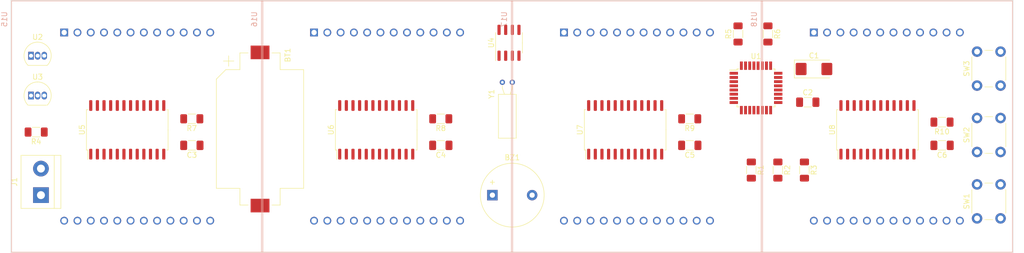
<source format=kicad_pcb>
(kicad_pcb (version 20171130) (host pcbnew 5.1.7)

  (general
    (thickness 1.6)
    (drawings 4)
    (tracks 0)
    (zones 0)
    (modules 35)
    (nets 136)
  )

  (page A4)
  (layers
    (0 F.Cu signal)
    (31 B.Cu signal)
    (32 B.Adhes user)
    (33 F.Adhes user)
    (34 B.Paste user)
    (35 F.Paste user)
    (36 B.SilkS user)
    (37 F.SilkS user)
    (38 B.Mask user)
    (39 F.Mask user)
    (40 Dwgs.User user)
    (41 Cmts.User user)
    (42 Eco1.User user)
    (43 Eco2.User user)
    (44 Edge.Cuts user)
    (45 Margin user)
    (46 B.CrtYd user)
    (47 F.CrtYd user)
    (48 B.Fab user)
    (49 F.Fab user)
  )

  (setup
    (last_trace_width 0.25)
    (trace_clearance 0.2)
    (zone_clearance 0.508)
    (zone_45_only no)
    (trace_min 0.2)
    (via_size 0.8)
    (via_drill 0.4)
    (via_min_size 0.4)
    (via_min_drill 0.3)
    (uvia_size 0.3)
    (uvia_drill 0.1)
    (uvias_allowed no)
    (uvia_min_size 0.2)
    (uvia_min_drill 0.1)
    (edge_width 0.05)
    (segment_width 0.2)
    (pcb_text_width 0.3)
    (pcb_text_size 1.5 1.5)
    (mod_edge_width 0.12)
    (mod_text_size 1 1)
    (mod_text_width 0.15)
    (pad_size 1.524 1.524)
    (pad_drill 0.762)
    (pad_to_mask_clearance 0)
    (aux_axis_origin 0 0)
    (visible_elements FFFFFF7F)
    (pcbplotparams
      (layerselection 0x010fc_ffffffff)
      (usegerberextensions false)
      (usegerberattributes true)
      (usegerberadvancedattributes true)
      (creategerberjobfile true)
      (excludeedgelayer true)
      (linewidth 0.100000)
      (plotframeref false)
      (viasonmask false)
      (mode 1)
      (useauxorigin false)
      (hpglpennumber 1)
      (hpglpenspeed 20)
      (hpglpendiameter 15.000000)
      (psnegative false)
      (psa4output false)
      (plotreference true)
      (plotvalue true)
      (plotinvisibletext false)
      (padsonsilk false)
      (subtractmaskfromsilk false)
      (outputformat 1)
      (mirror false)
      (drillshape 1)
      (scaleselection 1)
      (outputdirectory ""))
  )

  (net 0 "")
  (net 1 GNDD)
  (net 2 "Net-(BT1-Pad1)")
  (net 3 +5VD)
  (net 4 /BUZZ)
  (net 5 /BTN1)
  (net 6 /BTN2)
  (net 7 /BTN3)
  (net 8 /DQ)
  (net 9 /SDA)
  (net 10 /SCL)
  (net 11 "Net-(R7-Pad2)")
  (net 12 "Net-(R8-Pad2)")
  (net 13 "Net-(R9-Pad2)")
  (net 14 "Net-(R10-Pad2)")
  (net 15 "Net-(U1-Pad1)")
  (net 16 /LOAD)
  (net 17 "Net-(U1-Pad7)")
  (net 18 "Net-(U1-Pad8)")
  (net 19 "Net-(U1-Pad11)")
  (net 20 "Net-(U1-Pad12)")
  (net 21 "Net-(U1-Pad13)")
  (net 22 "Net-(U1-Pad14)")
  (net 23 "Net-(U1-Pad19)")
  (net 24 "Net-(U1-Pad22)")
  (net 25 "Net-(U1-Pad23)")
  (net 26 "Net-(U1-Pad24)")
  (net 27 "Net-(U1-Pad25)")
  (net 28 "Net-(U1-Pad26)")
  (net 29 "Net-(U1-Pad29)")
  (net 30 /DIN)
  (net 31 /CLK)
  (net 32 "Net-(U1-Pad32)")
  (net 33 "Net-(U4-Pad1)")
  (net 34 "Net-(U4-Pad2)")
  (net 35 "Net-(U4-Pad7)")
  (net 36 /mxblock1/D0)
  (net 37 /mxblock1/D4)
  (net 38 /mxblock1/D6)
  (net 39 /mxblock1/D2)
  (net 40 /mxblock1/D3)
  (net 41 /mxblock1/D7)
  (net 42 /mxblock1/D5)
  (net 43 /mxblock1/D1)
  (net 44 /mxblock1/S1)
  (net 45 /mxblock1/S6)
  (net 46 /mxblock1/S2)
  (net 47 /mxblock1/S7)
  (net 48 /mxblock1/S3)
  (net 49 /mxblock1/S5)
  (net 50 /mxblock1/S0)
  (net 51 /mxblock1/S4)
  (net 52 /mxblock2/DIN)
  (net 53 /mxblock3/DIN)
  (net 54 /mxblock2/S4)
  (net 55 /mxblock2/S0)
  (net 56 /mxblock2/S5)
  (net 57 /mxblock2/S3)
  (net 58 /mxblock2/S7)
  (net 59 /mxblock2/S2)
  (net 60 /mxblock2/S6)
  (net 61 /mxblock2/S1)
  (net 62 /mxblock2/D1)
  (net 63 /mxblock2/D5)
  (net 64 /mxblock2/D7)
  (net 65 /mxblock2/D3)
  (net 66 /mxblock2/D2)
  (net 67 /mxblock2/D6)
  (net 68 /mxblock2/D4)
  (net 69 /mxblock2/D0)
  (net 70 /mxblock3/D0)
  (net 71 /mxblock3/D4)
  (net 72 /mxblock3/D6)
  (net 73 /mxblock3/D2)
  (net 74 /mxblock3/D3)
  (net 75 /mxblock3/D7)
  (net 76 /mxblock3/D5)
  (net 77 /mxblock3/D1)
  (net 78 /mxblock3/S1)
  (net 79 /mxblock3/S6)
  (net 80 /mxblock3/S2)
  (net 81 /mxblock3/S7)
  (net 82 /mxblock3/S3)
  (net 83 /mxblock3/S5)
  (net 84 /mxblock3/S0)
  (net 85 /mxblock3/S4)
  (net 86 /mxblock4/DIN)
  (net 87 /mxblock4/DOUT)
  (net 88 /mxblock4/S4)
  (net 89 /mxblock4/S0)
  (net 90 /mxblock4/S5)
  (net 91 /mxblock4/S3)
  (net 92 /mxblock4/S7)
  (net 93 /mxblock4/S2)
  (net 94 /mxblock4/S6)
  (net 95 /mxblock4/S1)
  (net 96 /mxblock4/D1)
  (net 97 /mxblock4/D5)
  (net 98 /mxblock4/D7)
  (net 99 /mxblock4/D3)
  (net 100 /mxblock4/D2)
  (net 101 /mxblock4/D6)
  (net 102 /mxblock4/D4)
  (net 103 /mxblock4/D0)
  (net 104 "Net-(U15-Pad23)")
  (net 105 "Net-(U15-Pad20)")
  (net 106 "Net-(U15-Pad17)")
  (net 107 "Net-(U15-Pad14)")
  (net 108 "Net-(U15-Pad11)")
  (net 109 "Net-(U15-Pad8)")
  (net 110 "Net-(U15-Pad5)")
  (net 111 "Net-(U15-Pad2)")
  (net 112 "Net-(U16-Pad2)")
  (net 113 "Net-(U16-Pad5)")
  (net 114 "Net-(U16-Pad8)")
  (net 115 "Net-(U16-Pad11)")
  (net 116 "Net-(U16-Pad14)")
  (net 117 "Net-(U16-Pad17)")
  (net 118 "Net-(U16-Pad20)")
  (net 119 "Net-(U16-Pad23)")
  (net 120 "Net-(U17-Pad2)")
  (net 121 "Net-(U17-Pad5)")
  (net 122 "Net-(U17-Pad8)")
  (net 123 "Net-(U17-Pad11)")
  (net 124 "Net-(U17-Pad14)")
  (net 125 "Net-(U17-Pad17)")
  (net 126 "Net-(U17-Pad20)")
  (net 127 "Net-(U17-Pad23)")
  (net 128 "Net-(U18-Pad23)")
  (net 129 "Net-(U18-Pad20)")
  (net 130 "Net-(U18-Pad17)")
  (net 131 "Net-(U18-Pad14)")
  (net 132 "Net-(U18-Pad11)")
  (net 133 "Net-(U18-Pad8)")
  (net 134 "Net-(U18-Pad5)")
  (net 135 "Net-(U18-Pad2)")

  (net_class Default "This is the default net class."
    (clearance 0.2)
    (trace_width 0.25)
    (via_dia 0.8)
    (via_drill 0.4)
    (uvia_dia 0.3)
    (uvia_drill 0.1)
    (add_net +5VD)
    (add_net /BTN1)
    (add_net /BTN2)
    (add_net /BTN3)
    (add_net /BUZZ)
    (add_net /CLK)
    (add_net /DIN)
    (add_net /DQ)
    (add_net /LOAD)
    (add_net /SCL)
    (add_net /SDA)
    (add_net /mxblock1/D0)
    (add_net /mxblock1/D1)
    (add_net /mxblock1/D2)
    (add_net /mxblock1/D3)
    (add_net /mxblock1/D4)
    (add_net /mxblock1/D5)
    (add_net /mxblock1/D6)
    (add_net /mxblock1/D7)
    (add_net /mxblock1/S0)
    (add_net /mxblock1/S1)
    (add_net /mxblock1/S2)
    (add_net /mxblock1/S3)
    (add_net /mxblock1/S4)
    (add_net /mxblock1/S5)
    (add_net /mxblock1/S6)
    (add_net /mxblock1/S7)
    (add_net /mxblock2/D0)
    (add_net /mxblock2/D1)
    (add_net /mxblock2/D2)
    (add_net /mxblock2/D3)
    (add_net /mxblock2/D4)
    (add_net /mxblock2/D5)
    (add_net /mxblock2/D6)
    (add_net /mxblock2/D7)
    (add_net /mxblock2/DIN)
    (add_net /mxblock2/S0)
    (add_net /mxblock2/S1)
    (add_net /mxblock2/S2)
    (add_net /mxblock2/S3)
    (add_net /mxblock2/S4)
    (add_net /mxblock2/S5)
    (add_net /mxblock2/S6)
    (add_net /mxblock2/S7)
    (add_net /mxblock3/D0)
    (add_net /mxblock3/D1)
    (add_net /mxblock3/D2)
    (add_net /mxblock3/D3)
    (add_net /mxblock3/D4)
    (add_net /mxblock3/D5)
    (add_net /mxblock3/D6)
    (add_net /mxblock3/D7)
    (add_net /mxblock3/DIN)
    (add_net /mxblock3/S0)
    (add_net /mxblock3/S1)
    (add_net /mxblock3/S2)
    (add_net /mxblock3/S3)
    (add_net /mxblock3/S4)
    (add_net /mxblock3/S5)
    (add_net /mxblock3/S6)
    (add_net /mxblock3/S7)
    (add_net /mxblock4/D0)
    (add_net /mxblock4/D1)
    (add_net /mxblock4/D2)
    (add_net /mxblock4/D3)
    (add_net /mxblock4/D4)
    (add_net /mxblock4/D5)
    (add_net /mxblock4/D6)
    (add_net /mxblock4/D7)
    (add_net /mxblock4/DIN)
    (add_net /mxblock4/DOUT)
    (add_net /mxblock4/S0)
    (add_net /mxblock4/S1)
    (add_net /mxblock4/S2)
    (add_net /mxblock4/S3)
    (add_net /mxblock4/S4)
    (add_net /mxblock4/S5)
    (add_net /mxblock4/S6)
    (add_net /mxblock4/S7)
    (add_net GNDD)
    (add_net "Net-(BT1-Pad1)")
    (add_net "Net-(R10-Pad2)")
    (add_net "Net-(R7-Pad2)")
    (add_net "Net-(R8-Pad2)")
    (add_net "Net-(R9-Pad2)")
    (add_net "Net-(U1-Pad1)")
    (add_net "Net-(U1-Pad11)")
    (add_net "Net-(U1-Pad12)")
    (add_net "Net-(U1-Pad13)")
    (add_net "Net-(U1-Pad14)")
    (add_net "Net-(U1-Pad19)")
    (add_net "Net-(U1-Pad22)")
    (add_net "Net-(U1-Pad23)")
    (add_net "Net-(U1-Pad24)")
    (add_net "Net-(U1-Pad25)")
    (add_net "Net-(U1-Pad26)")
    (add_net "Net-(U1-Pad29)")
    (add_net "Net-(U1-Pad32)")
    (add_net "Net-(U1-Pad7)")
    (add_net "Net-(U1-Pad8)")
    (add_net "Net-(U15-Pad11)")
    (add_net "Net-(U15-Pad14)")
    (add_net "Net-(U15-Pad17)")
    (add_net "Net-(U15-Pad2)")
    (add_net "Net-(U15-Pad20)")
    (add_net "Net-(U15-Pad23)")
    (add_net "Net-(U15-Pad5)")
    (add_net "Net-(U15-Pad8)")
    (add_net "Net-(U16-Pad11)")
    (add_net "Net-(U16-Pad14)")
    (add_net "Net-(U16-Pad17)")
    (add_net "Net-(U16-Pad2)")
    (add_net "Net-(U16-Pad20)")
    (add_net "Net-(U16-Pad23)")
    (add_net "Net-(U16-Pad5)")
    (add_net "Net-(U16-Pad8)")
    (add_net "Net-(U17-Pad11)")
    (add_net "Net-(U17-Pad14)")
    (add_net "Net-(U17-Pad17)")
    (add_net "Net-(U17-Pad2)")
    (add_net "Net-(U17-Pad20)")
    (add_net "Net-(U17-Pad23)")
    (add_net "Net-(U17-Pad5)")
    (add_net "Net-(U17-Pad8)")
    (add_net "Net-(U18-Pad11)")
    (add_net "Net-(U18-Pad14)")
    (add_net "Net-(U18-Pad17)")
    (add_net "Net-(U18-Pad2)")
    (add_net "Net-(U18-Pad20)")
    (add_net "Net-(U18-Pad23)")
    (add_net "Net-(U18-Pad5)")
    (add_net "Net-(U18-Pad8)")
    (add_net "Net-(U4-Pad1)")
    (add_net "Net-(U4-Pad2)")
    (add_net "Net-(U4-Pad7)")
  )

  (module Battery:BatteryHolder_Keystone_1060_1x2032 (layer F.Cu) (tedit 5B98EF5E) (tstamp 5FA7D42E)
    (at 75.565 94.66 270)
    (descr http://www.keyelco.com/product-pdf.cfm?p=726)
    (tags "CR2032 BR2032 BatteryHolder Battery")
    (path /5FADCBBD)
    (attr smd)
    (fp_text reference BT1 (at -14.125 -5.3 90) (layer F.SilkS)
      (effects (font (size 1 1) (thickness 0.15)))
    )
    (fp_text value Li_3.3V (at 0 -11.75 90) (layer F.Fab)
      (effects (font (size 1 1) (thickness 0.15)))
    )
    (fp_line (start -12 6) (end -14 6) (layer F.SilkS) (width 0.12))
    (fp_line (start -13 5) (end -13 7) (layer F.SilkS) (width 0.12))
    (fp_line (start 11.5 -8.5) (end 6.5 -8.5) (layer F.CrtYd) (width 0.05))
    (fp_line (start 11.5 4) (end 11.5 8.5) (layer F.CrtYd) (width 0.05))
    (fp_line (start 14.7 4) (end 11.5 4) (layer F.CrtYd) (width 0.05))
    (fp_line (start 14.7 2.3) (end 14.7 4) (layer F.CrtYd) (width 0.05))
    (fp_line (start 16.45 2.3) (end 14.7 2.3) (layer F.CrtYd) (width 0.05))
    (fp_line (start 16.45 -2.3) (end 16.45 2.3) (layer F.CrtYd) (width 0.05))
    (fp_line (start 14.7 -2.3) (end 16.45 -2.3) (layer F.CrtYd) (width 0.05))
    (fp_line (start 14.7 -4) (end 14.7 -2.3) (layer F.CrtYd) (width 0.05))
    (fp_line (start 11.5 -4) (end 14.7 -4) (layer F.CrtYd) (width 0.05))
    (fp_line (start 11.5 -8.5) (end 11.5 -4) (layer F.CrtYd) (width 0.05))
    (fp_line (start -11.5 -8.5) (end -6.5 -8.5) (layer F.CrtYd) (width 0.05))
    (fp_line (start -11.5 -4) (end -11.5 -8.5) (layer F.CrtYd) (width 0.05))
    (fp_line (start -14.7 -4) (end -11.5 -4) (layer F.CrtYd) (width 0.05))
    (fp_line (start -14.7 -2.3) (end -14.7 -4) (layer F.CrtYd) (width 0.05))
    (fp_line (start -14.7 -2.3) (end -16.45 -2.3) (layer F.CrtYd) (width 0.05))
    (fp_line (start -16.45 2.3) (end -16.45 -2.3) (layer F.CrtYd) (width 0.05))
    (fp_line (start -14.7 2.3) (end -16.45 2.3) (layer F.CrtYd) (width 0.05))
    (fp_line (start -14.7 4) (end -14.7 2.3) (layer F.CrtYd) (width 0.05))
    (fp_line (start -14.7 4) (end -11.5 4) (layer F.CrtYd) (width 0.05))
    (fp_line (start -11.5 4) (end -11.5 8.5) (layer F.CrtYd) (width 0.05))
    (fp_line (start -6.5 8.5) (end -11.5 8.5) (layer F.CrtYd) (width 0.05))
    (fp_line (start 11.5 8.5) (end 6.5 8.5) (layer F.CrtYd) (width 0.05))
    (fp_line (start 11.35 -8.35) (end 11.35 -3.85) (layer F.SilkS) (width 0.12))
    (fp_line (start -11.35 -8.35) (end -11.35 -3.85) (layer F.SilkS) (width 0.12))
    (fp_line (start -11.35 -8.35) (end 11.35 -8.35) (layer F.SilkS) (width 0.12))
    (fp_line (start 14.55 -3.85) (end 14.55 -2.3) (layer F.SilkS) (width 0.12))
    (fp_line (start 11.35 -3.85) (end 14.55 -3.85) (layer F.SilkS) (width 0.12))
    (fp_line (start -14.55 -3.85) (end -14.55 -2.3) (layer F.SilkS) (width 0.12))
    (fp_line (start -11.35 -3.85) (end -14.55 -3.85) (layer F.SilkS) (width 0.12))
    (fp_line (start -14.55 3.85) (end -14.55 2.3) (layer F.SilkS) (width 0.12))
    (fp_line (start -11.35 3.85) (end -14.55 3.85) (layer F.SilkS) (width 0.12))
    (fp_line (start -9.55 8.35) (end -11.35 6.55) (layer F.SilkS) (width 0.12))
    (fp_line (start -11.35 6.55) (end -11.35 3.85) (layer F.SilkS) (width 0.12))
    (fp_line (start 11.35 8.35) (end -9.55 8.35) (layer F.SilkS) (width 0.12))
    (fp_line (start 11.35 8.35) (end 11.35 3.85) (layer F.SilkS) (width 0.12))
    (fp_line (start 14.55 3.85) (end 14.55 2.3) (layer F.SilkS) (width 0.12))
    (fp_line (start 11.35 3.85) (end 14.55 3.85) (layer F.SilkS) (width 0.12))
    (fp_line (start -9.4 8) (end -11 6.4) (layer F.Fab) (width 0.1))
    (fp_line (start 14.2 -3.5) (end 11 -3.5) (layer F.Fab) (width 0.1))
    (fp_line (start 14.2 3.5) (end 14.2 -3.5) (layer F.Fab) (width 0.1))
    (fp_line (start 11 3.5) (end 14.2 3.5) (layer F.Fab) (width 0.1))
    (fp_line (start -14.2 -3.5) (end -11 -3.5) (layer F.Fab) (width 0.1))
    (fp_line (start -14.2 3.5) (end -14.2 -3.5) (layer F.Fab) (width 0.1))
    (fp_line (start -11 3.5) (end -14.2 3.5) (layer F.Fab) (width 0.1))
    (fp_line (start -11 6.4) (end -11 3.5) (layer F.Fab) (width 0.1))
    (fp_line (start -11 -8) (end -11 -3.5) (layer F.Fab) (width 0.1))
    (fp_line (start 11 -8) (end 11 -3.5) (layer F.Fab) (width 0.1))
    (fp_line (start 11 8) (end 11 3.5) (layer F.Fab) (width 0.1))
    (fp_line (start 11 -8) (end -11 -8) (layer F.Fab) (width 0.1))
    (fp_line (start 11 8) (end -9.4 8) (layer F.Fab) (width 0.1))
    (fp_circle (center 0 0) (end -10.2 0) (layer Dwgs.User) (width 0.3))
    (fp_arc (start 0 0) (end -6.5 8.5) (angle -74.81070976) (layer F.CrtYd) (width 0.05))
    (fp_arc (start 0 0) (end 6.5 -8.5) (angle -74.81070976) (layer F.CrtYd) (width 0.05))
    (fp_text user %R (at 0 0 90) (layer F.Fab)
      (effects (font (size 1 1) (thickness 0.15)))
    )
    (pad 2 smd rect (at 14.65 0 90) (size 2.6 3.6) (layers F.Cu F.Paste F.Mask)
      (net 1 GNDD))
    (pad 1 smd rect (at -14.65 0 90) (size 2.6 3.6) (layers F.Cu F.Paste F.Mask)
      (net 2 "Net-(BT1-Pad1)"))
    (model ${KISYS3DMOD}/Battery.3dshapes/BatteryHolder_Keystone_1060_1x2032.wrl
      (at (xyz 0 0 0))
      (scale (xyz 1 1 1))
      (rotate (xyz 0 0 0))
    )
  )

  (module Buzzer_Beeper:Buzzer_12x9.5RM7.6 (layer F.Cu) (tedit 5A030281) (tstamp 5FA7D43B)
    (at 120.015 107.315)
    (descr "Generic Buzzer, D12mm height 9.5mm with RM7.6mm")
    (tags buzzer)
    (path /5FB1B63D)
    (fp_text reference BZ1 (at 3.8 -7.2) (layer F.SilkS)
      (effects (font (size 1 1) (thickness 0.15)))
    )
    (fp_text value Buzzer (at 3.8 7.4) (layer F.Fab)
      (effects (font (size 1 1) (thickness 0.15)))
    )
    (fp_circle (center 3.8 0) (end 9.9 0) (layer F.SilkS) (width 0.12))
    (fp_circle (center 3.8 0) (end 4.8 0) (layer F.Fab) (width 0.1))
    (fp_circle (center 3.8 0) (end 9.8 0) (layer F.Fab) (width 0.1))
    (fp_circle (center 3.8 0) (end 10.05 0) (layer F.CrtYd) (width 0.05))
    (fp_text user + (at -0.01 -2.54) (layer F.Fab)
      (effects (font (size 1 1) (thickness 0.15)))
    )
    (fp_text user + (at -0.01 -2.54) (layer F.SilkS)
      (effects (font (size 1 1) (thickness 0.15)))
    )
    (fp_text user %R (at 3.8 -4) (layer F.Fab)
      (effects (font (size 1 1) (thickness 0.15)))
    )
    (pad 1 thru_hole rect (at 0 0) (size 2 2) (drill 1) (layers *.Cu *.Mask)
      (net 3 +5VD))
    (pad 2 thru_hole circle (at 7.6 0) (size 2 2) (drill 1) (layers *.Cu *.Mask)
      (net 4 /BUZZ))
    (model ${KISYS3DMOD}/Buzzer_Beeper.3dshapes/Buzzer_12x9.5RM7.6.wrl
      (at (xyz 0 0 0))
      (scale (xyz 1 1 1))
      (rotate (xyz 0 0 0))
    )
  )

  (module Capacitor_Tantalum_SMD:CP_EIA-6032-28_Kemet-C (layer F.Cu) (tedit 5EBA9318) (tstamp 5FA7D44E)
    (at 181.5325 83.185)
    (descr "Tantalum Capacitor SMD Kemet-C (6032-28 Metric), IPC_7351 nominal, (Body size from: http://www.kemet.com/Lists/ProductCatalog/Attachments/253/KEM_TC101_STD.pdf), generated with kicad-footprint-generator")
    (tags "capacitor tantalum")
    (path /5FA8B9DC)
    (attr smd)
    (fp_text reference C1 (at 0 -2.55) (layer F.SilkS)
      (effects (font (size 1 1) (thickness 0.15)))
    )
    (fp_text value 100.0 (at 0 2.55) (layer F.Fab)
      (effects (font (size 1 1) (thickness 0.15)))
    )
    (fp_line (start 3.75 1.85) (end -3.75 1.85) (layer F.CrtYd) (width 0.05))
    (fp_line (start 3.75 -1.85) (end 3.75 1.85) (layer F.CrtYd) (width 0.05))
    (fp_line (start -3.75 -1.85) (end 3.75 -1.85) (layer F.CrtYd) (width 0.05))
    (fp_line (start -3.75 1.85) (end -3.75 -1.85) (layer F.CrtYd) (width 0.05))
    (fp_line (start -3.76 1.71) (end 3 1.71) (layer F.SilkS) (width 0.12))
    (fp_line (start -3.76 -1.71) (end -3.76 1.71) (layer F.SilkS) (width 0.12))
    (fp_line (start 3 -1.71) (end -3.76 -1.71) (layer F.SilkS) (width 0.12))
    (fp_line (start 3 1.6) (end 3 -1.6) (layer F.Fab) (width 0.1))
    (fp_line (start -3 1.6) (end 3 1.6) (layer F.Fab) (width 0.1))
    (fp_line (start -3 -0.8) (end -3 1.6) (layer F.Fab) (width 0.1))
    (fp_line (start -2.2 -1.6) (end -3 -0.8) (layer F.Fab) (width 0.1))
    (fp_line (start 3 -1.6) (end -2.2 -1.6) (layer F.Fab) (width 0.1))
    (fp_text user %R (at 0 0) (layer F.Fab)
      (effects (font (size 1 1) (thickness 0.15)))
    )
    (pad 1 smd roundrect (at -2.4625 0) (size 2.075 2.35) (layers F.Cu F.Paste F.Mask) (roundrect_rratio 0.120482)
      (net 3 +5VD))
    (pad 2 smd roundrect (at 2.4625 0) (size 2.075 2.35) (layers F.Cu F.Paste F.Mask) (roundrect_rratio 0.120482)
      (net 1 GNDD))
    (model ${KISYS3DMOD}/Capacitor_Tantalum_SMD.3dshapes/CP_EIA-6032-28_Kemet-C.wrl
      (at (xyz 0 0 0))
      (scale (xyz 1 1 1))
      (rotate (xyz 0 0 0))
    )
  )

  (module Capacitor_SMD:C_1206_3216Metric_Pad1.33x1.80mm_HandSolder (layer F.Cu) (tedit 5F68FEEF) (tstamp 5FA7D45F)
    (at 180.34 89.535)
    (descr "Capacitor SMD 1206 (3216 Metric), square (rectangular) end terminal, IPC_7351 nominal with elongated pad for handsoldering. (Body size source: IPC-SM-782 page 76, https://www.pcb-3d.com/wordpress/wp-content/uploads/ipc-sm-782a_amendment_1_and_2.pdf), generated with kicad-footprint-generator")
    (tags "capacitor handsolder")
    (path /5FA8B035)
    (attr smd)
    (fp_text reference C2 (at 0 -1.85) (layer F.SilkS)
      (effects (font (size 1 1) (thickness 0.15)))
    )
    (fp_text value 0.1 (at 0 1.85) (layer F.Fab)
      (effects (font (size 1 1) (thickness 0.15)))
    )
    (fp_line (start 2.48 1.15) (end -2.48 1.15) (layer F.CrtYd) (width 0.05))
    (fp_line (start 2.48 -1.15) (end 2.48 1.15) (layer F.CrtYd) (width 0.05))
    (fp_line (start -2.48 -1.15) (end 2.48 -1.15) (layer F.CrtYd) (width 0.05))
    (fp_line (start -2.48 1.15) (end -2.48 -1.15) (layer F.CrtYd) (width 0.05))
    (fp_line (start -0.711252 0.91) (end 0.711252 0.91) (layer F.SilkS) (width 0.12))
    (fp_line (start -0.711252 -0.91) (end 0.711252 -0.91) (layer F.SilkS) (width 0.12))
    (fp_line (start 1.6 0.8) (end -1.6 0.8) (layer F.Fab) (width 0.1))
    (fp_line (start 1.6 -0.8) (end 1.6 0.8) (layer F.Fab) (width 0.1))
    (fp_line (start -1.6 -0.8) (end 1.6 -0.8) (layer F.Fab) (width 0.1))
    (fp_line (start -1.6 0.8) (end -1.6 -0.8) (layer F.Fab) (width 0.1))
    (fp_text user %R (at 0 0) (layer F.Fab)
      (effects (font (size 0.8 0.8) (thickness 0.12)))
    )
    (pad 1 smd roundrect (at -1.5625 0) (size 1.325 1.8) (layers F.Cu F.Paste F.Mask) (roundrect_rratio 0.188679)
      (net 3 +5VD))
    (pad 2 smd roundrect (at 1.5625 0) (size 1.325 1.8) (layers F.Cu F.Paste F.Mask) (roundrect_rratio 0.188679)
      (net 1 GNDD))
    (model ${KISYS3DMOD}/Capacitor_SMD.3dshapes/C_1206_3216Metric.wrl
      (at (xyz 0 0 0))
      (scale (xyz 1 1 1))
      (rotate (xyz 0 0 0))
    )
  )

  (module Capacitor_SMD:C_1206_3216Metric_Pad1.33x1.80mm_HandSolder (layer F.Cu) (tedit 5F68FEEF) (tstamp 5FA7D470)
    (at 62.5225 97.79 180)
    (descr "Capacitor SMD 1206 (3216 Metric), square (rectangular) end terminal, IPC_7351 nominal with elongated pad for handsoldering. (Body size source: IPC-SM-782 page 76, https://www.pcb-3d.com/wordpress/wp-content/uploads/ipc-sm-782a_amendment_1_and_2.pdf), generated with kicad-footprint-generator")
    (tags "capacitor handsolder")
    (path /5FA7A3F9/5FCC0C41)
    (attr smd)
    (fp_text reference C3 (at 0 -1.85) (layer F.SilkS)
      (effects (font (size 1 1) (thickness 0.15)))
    )
    (fp_text value 0.1 (at 0 1.85) (layer F.Fab)
      (effects (font (size 1 1) (thickness 0.15)))
    )
    (fp_line (start -1.6 0.8) (end -1.6 -0.8) (layer F.Fab) (width 0.1))
    (fp_line (start -1.6 -0.8) (end 1.6 -0.8) (layer F.Fab) (width 0.1))
    (fp_line (start 1.6 -0.8) (end 1.6 0.8) (layer F.Fab) (width 0.1))
    (fp_line (start 1.6 0.8) (end -1.6 0.8) (layer F.Fab) (width 0.1))
    (fp_line (start -0.711252 -0.91) (end 0.711252 -0.91) (layer F.SilkS) (width 0.12))
    (fp_line (start -0.711252 0.91) (end 0.711252 0.91) (layer F.SilkS) (width 0.12))
    (fp_line (start -2.48 1.15) (end -2.48 -1.15) (layer F.CrtYd) (width 0.05))
    (fp_line (start -2.48 -1.15) (end 2.48 -1.15) (layer F.CrtYd) (width 0.05))
    (fp_line (start 2.48 -1.15) (end 2.48 1.15) (layer F.CrtYd) (width 0.05))
    (fp_line (start 2.48 1.15) (end -2.48 1.15) (layer F.CrtYd) (width 0.05))
    (fp_text user %R (at 0 0) (layer F.Fab)
      (effects (font (size 0.8 0.8) (thickness 0.12)))
    )
    (pad 2 smd roundrect (at 1.5625 0 180) (size 1.325 1.8) (layers F.Cu F.Paste F.Mask) (roundrect_rratio 0.188679)
      (net 1 GNDD))
    (pad 1 smd roundrect (at -1.5625 0 180) (size 1.325 1.8) (layers F.Cu F.Paste F.Mask) (roundrect_rratio 0.188679)
      (net 3 +5VD))
    (model ${KISYS3DMOD}/Capacitor_SMD.3dshapes/C_1206_3216Metric.wrl
      (at (xyz 0 0 0))
      (scale (xyz 1 1 1))
      (rotate (xyz 0 0 0))
    )
  )

  (module Capacitor_SMD:C_1206_3216Metric_Pad1.33x1.80mm_HandSolder (layer F.Cu) (tedit 5F68FEEF) (tstamp 5FA7D481)
    (at 110.1475 97.79 180)
    (descr "Capacitor SMD 1206 (3216 Metric), square (rectangular) end terminal, IPC_7351 nominal with elongated pad for handsoldering. (Body size source: IPC-SM-782 page 76, https://www.pcb-3d.com/wordpress/wp-content/uploads/ipc-sm-782a_amendment_1_and_2.pdf), generated with kicad-footprint-generator")
    (tags "capacitor handsolder")
    (path /5FA7BC34/5FCC0C41)
    (attr smd)
    (fp_text reference C4 (at 0 -1.85) (layer F.SilkS)
      (effects (font (size 1 1) (thickness 0.15)))
    )
    (fp_text value 0.1 (at 0 1.85) (layer F.Fab)
      (effects (font (size 1 1) (thickness 0.15)))
    )
    (fp_line (start -1.6 0.8) (end -1.6 -0.8) (layer F.Fab) (width 0.1))
    (fp_line (start -1.6 -0.8) (end 1.6 -0.8) (layer F.Fab) (width 0.1))
    (fp_line (start 1.6 -0.8) (end 1.6 0.8) (layer F.Fab) (width 0.1))
    (fp_line (start 1.6 0.8) (end -1.6 0.8) (layer F.Fab) (width 0.1))
    (fp_line (start -0.711252 -0.91) (end 0.711252 -0.91) (layer F.SilkS) (width 0.12))
    (fp_line (start -0.711252 0.91) (end 0.711252 0.91) (layer F.SilkS) (width 0.12))
    (fp_line (start -2.48 1.15) (end -2.48 -1.15) (layer F.CrtYd) (width 0.05))
    (fp_line (start -2.48 -1.15) (end 2.48 -1.15) (layer F.CrtYd) (width 0.05))
    (fp_line (start 2.48 -1.15) (end 2.48 1.15) (layer F.CrtYd) (width 0.05))
    (fp_line (start 2.48 1.15) (end -2.48 1.15) (layer F.CrtYd) (width 0.05))
    (fp_text user %R (at 0 0) (layer F.Fab)
      (effects (font (size 0.8 0.8) (thickness 0.12)))
    )
    (pad 2 smd roundrect (at 1.5625 0 180) (size 1.325 1.8) (layers F.Cu F.Paste F.Mask) (roundrect_rratio 0.188679)
      (net 1 GNDD))
    (pad 1 smd roundrect (at -1.5625 0 180) (size 1.325 1.8) (layers F.Cu F.Paste F.Mask) (roundrect_rratio 0.188679)
      (net 3 +5VD))
    (model ${KISYS3DMOD}/Capacitor_SMD.3dshapes/C_1206_3216Metric.wrl
      (at (xyz 0 0 0))
      (scale (xyz 1 1 1))
      (rotate (xyz 0 0 0))
    )
  )

  (module Capacitor_SMD:C_1206_3216Metric_Pad1.33x1.80mm_HandSolder (layer F.Cu) (tedit 5F68FEEF) (tstamp 5FA7D492)
    (at 157.7725 97.79 180)
    (descr "Capacitor SMD 1206 (3216 Metric), square (rectangular) end terminal, IPC_7351 nominal with elongated pad for handsoldering. (Body size source: IPC-SM-782 page 76, https://www.pcb-3d.com/wordpress/wp-content/uploads/ipc-sm-782a_amendment_1_and_2.pdf), generated with kicad-footprint-generator")
    (tags "capacitor handsolder")
    (path /5FA7BDAC/5FCC0C41)
    (attr smd)
    (fp_text reference C5 (at 0 -1.85) (layer F.SilkS)
      (effects (font (size 1 1) (thickness 0.15)))
    )
    (fp_text value 0.1 (at 0 1.85) (layer F.Fab)
      (effects (font (size 1 1) (thickness 0.15)))
    )
    (fp_line (start 2.48 1.15) (end -2.48 1.15) (layer F.CrtYd) (width 0.05))
    (fp_line (start 2.48 -1.15) (end 2.48 1.15) (layer F.CrtYd) (width 0.05))
    (fp_line (start -2.48 -1.15) (end 2.48 -1.15) (layer F.CrtYd) (width 0.05))
    (fp_line (start -2.48 1.15) (end -2.48 -1.15) (layer F.CrtYd) (width 0.05))
    (fp_line (start -0.711252 0.91) (end 0.711252 0.91) (layer F.SilkS) (width 0.12))
    (fp_line (start -0.711252 -0.91) (end 0.711252 -0.91) (layer F.SilkS) (width 0.12))
    (fp_line (start 1.6 0.8) (end -1.6 0.8) (layer F.Fab) (width 0.1))
    (fp_line (start 1.6 -0.8) (end 1.6 0.8) (layer F.Fab) (width 0.1))
    (fp_line (start -1.6 -0.8) (end 1.6 -0.8) (layer F.Fab) (width 0.1))
    (fp_line (start -1.6 0.8) (end -1.6 -0.8) (layer F.Fab) (width 0.1))
    (fp_text user %R (at 0 0) (layer F.Fab)
      (effects (font (size 0.8 0.8) (thickness 0.12)))
    )
    (pad 1 smd roundrect (at -1.5625 0 180) (size 1.325 1.8) (layers F.Cu F.Paste F.Mask) (roundrect_rratio 0.188679)
      (net 3 +5VD))
    (pad 2 smd roundrect (at 1.5625 0 180) (size 1.325 1.8) (layers F.Cu F.Paste F.Mask) (roundrect_rratio 0.188679)
      (net 1 GNDD))
    (model ${KISYS3DMOD}/Capacitor_SMD.3dshapes/C_1206_3216Metric.wrl
      (at (xyz 0 0 0))
      (scale (xyz 1 1 1))
      (rotate (xyz 0 0 0))
    )
  )

  (module Capacitor_SMD:C_1206_3216Metric_Pad1.33x1.80mm_HandSolder (layer F.Cu) (tedit 5F68FEEF) (tstamp 5FA7D4A3)
    (at 206.0325 97.79 180)
    (descr "Capacitor SMD 1206 (3216 Metric), square (rectangular) end terminal, IPC_7351 nominal with elongated pad for handsoldering. (Body size source: IPC-SM-782 page 76, https://www.pcb-3d.com/wordpress/wp-content/uploads/ipc-sm-782a_amendment_1_and_2.pdf), generated with kicad-footprint-generator")
    (tags "capacitor handsolder")
    (path /5FA7BF24/5FCC0C41)
    (attr smd)
    (fp_text reference C6 (at 0 -1.85) (layer F.SilkS)
      (effects (font (size 1 1) (thickness 0.15)))
    )
    (fp_text value 0.1 (at 0 1.85) (layer F.Fab)
      (effects (font (size 1 1) (thickness 0.15)))
    )
    (fp_line (start 2.48 1.15) (end -2.48 1.15) (layer F.CrtYd) (width 0.05))
    (fp_line (start 2.48 -1.15) (end 2.48 1.15) (layer F.CrtYd) (width 0.05))
    (fp_line (start -2.48 -1.15) (end 2.48 -1.15) (layer F.CrtYd) (width 0.05))
    (fp_line (start -2.48 1.15) (end -2.48 -1.15) (layer F.CrtYd) (width 0.05))
    (fp_line (start -0.711252 0.91) (end 0.711252 0.91) (layer F.SilkS) (width 0.12))
    (fp_line (start -0.711252 -0.91) (end 0.711252 -0.91) (layer F.SilkS) (width 0.12))
    (fp_line (start 1.6 0.8) (end -1.6 0.8) (layer F.Fab) (width 0.1))
    (fp_line (start 1.6 -0.8) (end 1.6 0.8) (layer F.Fab) (width 0.1))
    (fp_line (start -1.6 -0.8) (end 1.6 -0.8) (layer F.Fab) (width 0.1))
    (fp_line (start -1.6 0.8) (end -1.6 -0.8) (layer F.Fab) (width 0.1))
    (fp_text user %R (at 0 0) (layer F.Fab)
      (effects (font (size 0.8 0.8) (thickness 0.12)))
    )
    (pad 1 smd roundrect (at -1.5625 0 180) (size 1.325 1.8) (layers F.Cu F.Paste F.Mask) (roundrect_rratio 0.188679)
      (net 3 +5VD))
    (pad 2 smd roundrect (at 1.5625 0 180) (size 1.325 1.8) (layers F.Cu F.Paste F.Mask) (roundrect_rratio 0.188679)
      (net 1 GNDD))
    (model ${KISYS3DMOD}/Capacitor_SMD.3dshapes/C_1206_3216Metric.wrl
      (at (xyz 0 0 0))
      (scale (xyz 1 1 1))
      (rotate (xyz 0 0 0))
    )
  )

  (module TerminalBlock:TerminalBlock_bornier-2_P5.08mm (layer F.Cu) (tedit 59FF03AB) (tstamp 5FA7D4B8)
    (at 33.655 107.315 90)
    (descr "simple 2-pin terminal block, pitch 5.08mm, revamped version of bornier2")
    (tags "terminal block bornier2")
    (path /5FC520D5)
    (fp_text reference J1 (at 2.54 -5.08 90) (layer F.SilkS)
      (effects (font (size 1 1) (thickness 0.15)))
    )
    (fp_text value PWR (at 2.54 5.08 90) (layer F.Fab)
      (effects (font (size 1 1) (thickness 0.15)))
    )
    (fp_text user %R (at 2.54 0 90) (layer F.Fab)
      (effects (font (size 1 1) (thickness 0.15)))
    )
    (fp_line (start -2.41 2.55) (end 7.49 2.55) (layer F.Fab) (width 0.1))
    (fp_line (start -2.46 -3.75) (end -2.46 3.75) (layer F.Fab) (width 0.1))
    (fp_line (start -2.46 3.75) (end 7.54 3.75) (layer F.Fab) (width 0.1))
    (fp_line (start 7.54 3.75) (end 7.54 -3.75) (layer F.Fab) (width 0.1))
    (fp_line (start 7.54 -3.75) (end -2.46 -3.75) (layer F.Fab) (width 0.1))
    (fp_line (start 7.62 2.54) (end -2.54 2.54) (layer F.SilkS) (width 0.12))
    (fp_line (start 7.62 3.81) (end 7.62 -3.81) (layer F.SilkS) (width 0.12))
    (fp_line (start 7.62 -3.81) (end -2.54 -3.81) (layer F.SilkS) (width 0.12))
    (fp_line (start -2.54 -3.81) (end -2.54 3.81) (layer F.SilkS) (width 0.12))
    (fp_line (start -2.54 3.81) (end 7.62 3.81) (layer F.SilkS) (width 0.12))
    (fp_line (start -2.71 -4) (end 7.79 -4) (layer F.CrtYd) (width 0.05))
    (fp_line (start -2.71 -4) (end -2.71 4) (layer F.CrtYd) (width 0.05))
    (fp_line (start 7.79 4) (end 7.79 -4) (layer F.CrtYd) (width 0.05))
    (fp_line (start 7.79 4) (end -2.71 4) (layer F.CrtYd) (width 0.05))
    (pad 2 thru_hole circle (at 5.08 0 90) (size 3 3) (drill 1.52) (layers *.Cu *.Mask)
      (net 3 +5VD))
    (pad 1 thru_hole rect (at 0 0 90) (size 3 3) (drill 1.52) (layers *.Cu *.Mask)
      (net 1 GNDD))
    (model ${KISYS3DMOD}/TerminalBlock.3dshapes/TerminalBlock_bornier-2_P5.08mm.wrl
      (offset (xyz 2.539999961853027 0 0))
      (scale (xyz 1 1 1))
      (rotate (xyz 0 0 0))
    )
  )

  (module Resistor_SMD:R_1206_3216Metric_Pad1.30x1.75mm_HandSolder (layer F.Cu) (tedit 5F68FEEE) (tstamp 5FA7D4C9)
    (at 169.545 102.515 270)
    (descr "Resistor SMD 1206 (3216 Metric), square (rectangular) end terminal, IPC_7351 nominal with elongated pad for handsoldering. (Body size source: IPC-SM-782 page 72, https://www.pcb-3d.com/wordpress/wp-content/uploads/ipc-sm-782a_amendment_1_and_2.pdf), generated with kicad-footprint-generator")
    (tags "resistor handsolder")
    (path /5FB9AC40)
    (attr smd)
    (fp_text reference R1 (at 0 -1.82 90) (layer F.SilkS)
      (effects (font (size 1 1) (thickness 0.15)))
    )
    (fp_text value 10k (at 0 1.82 90) (layer F.Fab)
      (effects (font (size 1 1) (thickness 0.15)))
    )
    (fp_line (start -1.6 0.8) (end -1.6 -0.8) (layer F.Fab) (width 0.1))
    (fp_line (start -1.6 -0.8) (end 1.6 -0.8) (layer F.Fab) (width 0.1))
    (fp_line (start 1.6 -0.8) (end 1.6 0.8) (layer F.Fab) (width 0.1))
    (fp_line (start 1.6 0.8) (end -1.6 0.8) (layer F.Fab) (width 0.1))
    (fp_line (start -0.727064 -0.91) (end 0.727064 -0.91) (layer F.SilkS) (width 0.12))
    (fp_line (start -0.727064 0.91) (end 0.727064 0.91) (layer F.SilkS) (width 0.12))
    (fp_line (start -2.45 1.12) (end -2.45 -1.12) (layer F.CrtYd) (width 0.05))
    (fp_line (start -2.45 -1.12) (end 2.45 -1.12) (layer F.CrtYd) (width 0.05))
    (fp_line (start 2.45 -1.12) (end 2.45 1.12) (layer F.CrtYd) (width 0.05))
    (fp_line (start 2.45 1.12) (end -2.45 1.12) (layer F.CrtYd) (width 0.05))
    (fp_text user %R (at 0 0 90) (layer F.Fab)
      (effects (font (size 0.8 0.8) (thickness 0.12)))
    )
    (pad 2 smd roundrect (at 1.55 0 270) (size 1.3 1.75) (layers F.Cu F.Paste F.Mask) (roundrect_rratio 0.192308)
      (net 5 /BTN1))
    (pad 1 smd roundrect (at -1.55 0 270) (size 1.3 1.75) (layers F.Cu F.Paste F.Mask) (roundrect_rratio 0.192308)
      (net 3 +5VD))
    (model ${KISYS3DMOD}/Resistor_SMD.3dshapes/R_1206_3216Metric.wrl
      (at (xyz 0 0 0))
      (scale (xyz 1 1 1))
      (rotate (xyz 0 0 0))
    )
  )

  (module Resistor_SMD:R_1206_3216Metric_Pad1.30x1.75mm_HandSolder (layer F.Cu) (tedit 5F68FEEE) (tstamp 5FA7D4DA)
    (at 174.625 102.515 270)
    (descr "Resistor SMD 1206 (3216 Metric), square (rectangular) end terminal, IPC_7351 nominal with elongated pad for handsoldering. (Body size source: IPC-SM-782 page 72, https://www.pcb-3d.com/wordpress/wp-content/uploads/ipc-sm-782a_amendment_1_and_2.pdf), generated with kicad-footprint-generator")
    (tags "resistor handsolder")
    (path /5FB9B39B)
    (attr smd)
    (fp_text reference R2 (at 0 -1.82 90) (layer F.SilkS)
      (effects (font (size 1 1) (thickness 0.15)))
    )
    (fp_text value 10k (at 0 1.82 90) (layer F.Fab)
      (effects (font (size 1 1) (thickness 0.15)))
    )
    (fp_line (start 2.45 1.12) (end -2.45 1.12) (layer F.CrtYd) (width 0.05))
    (fp_line (start 2.45 -1.12) (end 2.45 1.12) (layer F.CrtYd) (width 0.05))
    (fp_line (start -2.45 -1.12) (end 2.45 -1.12) (layer F.CrtYd) (width 0.05))
    (fp_line (start -2.45 1.12) (end -2.45 -1.12) (layer F.CrtYd) (width 0.05))
    (fp_line (start -0.727064 0.91) (end 0.727064 0.91) (layer F.SilkS) (width 0.12))
    (fp_line (start -0.727064 -0.91) (end 0.727064 -0.91) (layer F.SilkS) (width 0.12))
    (fp_line (start 1.6 0.8) (end -1.6 0.8) (layer F.Fab) (width 0.1))
    (fp_line (start 1.6 -0.8) (end 1.6 0.8) (layer F.Fab) (width 0.1))
    (fp_line (start -1.6 -0.8) (end 1.6 -0.8) (layer F.Fab) (width 0.1))
    (fp_line (start -1.6 0.8) (end -1.6 -0.8) (layer F.Fab) (width 0.1))
    (fp_text user %R (at 0 0 90) (layer F.Fab)
      (effects (font (size 0.8 0.8) (thickness 0.12)))
    )
    (pad 1 smd roundrect (at -1.55 0 270) (size 1.3 1.75) (layers F.Cu F.Paste F.Mask) (roundrect_rratio 0.192308)
      (net 3 +5VD))
    (pad 2 smd roundrect (at 1.55 0 270) (size 1.3 1.75) (layers F.Cu F.Paste F.Mask) (roundrect_rratio 0.192308)
      (net 6 /BTN2))
    (model ${KISYS3DMOD}/Resistor_SMD.3dshapes/R_1206_3216Metric.wrl
      (at (xyz 0 0 0))
      (scale (xyz 1 1 1))
      (rotate (xyz 0 0 0))
    )
  )

  (module Resistor_SMD:R_1206_3216Metric_Pad1.30x1.75mm_HandSolder (layer F.Cu) (tedit 5F68FEEE) (tstamp 5FA7D4EB)
    (at 179.705 102.515 270)
    (descr "Resistor SMD 1206 (3216 Metric), square (rectangular) end terminal, IPC_7351 nominal with elongated pad for handsoldering. (Body size source: IPC-SM-782 page 72, https://www.pcb-3d.com/wordpress/wp-content/uploads/ipc-sm-782a_amendment_1_and_2.pdf), generated with kicad-footprint-generator")
    (tags "resistor handsolder")
    (path /5FB9B6C4)
    (attr smd)
    (fp_text reference R3 (at 0 -1.82 90) (layer F.SilkS)
      (effects (font (size 1 1) (thickness 0.15)))
    )
    (fp_text value 10k (at 0 1.82 90) (layer F.Fab)
      (effects (font (size 1 1) (thickness 0.15)))
    )
    (fp_line (start -1.6 0.8) (end -1.6 -0.8) (layer F.Fab) (width 0.1))
    (fp_line (start -1.6 -0.8) (end 1.6 -0.8) (layer F.Fab) (width 0.1))
    (fp_line (start 1.6 -0.8) (end 1.6 0.8) (layer F.Fab) (width 0.1))
    (fp_line (start 1.6 0.8) (end -1.6 0.8) (layer F.Fab) (width 0.1))
    (fp_line (start -0.727064 -0.91) (end 0.727064 -0.91) (layer F.SilkS) (width 0.12))
    (fp_line (start -0.727064 0.91) (end 0.727064 0.91) (layer F.SilkS) (width 0.12))
    (fp_line (start -2.45 1.12) (end -2.45 -1.12) (layer F.CrtYd) (width 0.05))
    (fp_line (start -2.45 -1.12) (end 2.45 -1.12) (layer F.CrtYd) (width 0.05))
    (fp_line (start 2.45 -1.12) (end 2.45 1.12) (layer F.CrtYd) (width 0.05))
    (fp_line (start 2.45 1.12) (end -2.45 1.12) (layer F.CrtYd) (width 0.05))
    (fp_text user %R (at 0 0 90) (layer F.Fab)
      (effects (font (size 0.8 0.8) (thickness 0.12)))
    )
    (pad 2 smd roundrect (at 1.55 0 270) (size 1.3 1.75) (layers F.Cu F.Paste F.Mask) (roundrect_rratio 0.192308)
      (net 7 /BTN3))
    (pad 1 smd roundrect (at -1.55 0 270) (size 1.3 1.75) (layers F.Cu F.Paste F.Mask) (roundrect_rratio 0.192308)
      (net 3 +5VD))
    (model ${KISYS3DMOD}/Resistor_SMD.3dshapes/R_1206_3216Metric.wrl
      (at (xyz 0 0 0))
      (scale (xyz 1 1 1))
      (rotate (xyz 0 0 0))
    )
  )

  (module Resistor_SMD:R_1206_3216Metric_Pad1.30x1.75mm_HandSolder (layer F.Cu) (tedit 5F68FEEE) (tstamp 5FA7D4FC)
    (at 32.74 95.25 180)
    (descr "Resistor SMD 1206 (3216 Metric), square (rectangular) end terminal, IPC_7351 nominal with elongated pad for handsoldering. (Body size source: IPC-SM-782 page 72, https://www.pcb-3d.com/wordpress/wp-content/uploads/ipc-sm-782a_amendment_1_and_2.pdf), generated with kicad-footprint-generator")
    (tags "resistor handsolder")
    (path /5FAC73B9)
    (attr smd)
    (fp_text reference R4 (at 0 -1.82) (layer F.SilkS)
      (effects (font (size 1 1) (thickness 0.15)))
    )
    (fp_text value 4k7 (at 0 1.82) (layer F.Fab)
      (effects (font (size 1 1) (thickness 0.15)))
    )
    (fp_text user %R (at 0 0) (layer F.Fab)
      (effects (font (size 0.8 0.8) (thickness 0.12)))
    )
    (fp_line (start -1.6 0.8) (end -1.6 -0.8) (layer F.Fab) (width 0.1))
    (fp_line (start -1.6 -0.8) (end 1.6 -0.8) (layer F.Fab) (width 0.1))
    (fp_line (start 1.6 -0.8) (end 1.6 0.8) (layer F.Fab) (width 0.1))
    (fp_line (start 1.6 0.8) (end -1.6 0.8) (layer F.Fab) (width 0.1))
    (fp_line (start -0.727064 -0.91) (end 0.727064 -0.91) (layer F.SilkS) (width 0.12))
    (fp_line (start -0.727064 0.91) (end 0.727064 0.91) (layer F.SilkS) (width 0.12))
    (fp_line (start -2.45 1.12) (end -2.45 -1.12) (layer F.CrtYd) (width 0.05))
    (fp_line (start -2.45 -1.12) (end 2.45 -1.12) (layer F.CrtYd) (width 0.05))
    (fp_line (start 2.45 -1.12) (end 2.45 1.12) (layer F.CrtYd) (width 0.05))
    (fp_line (start 2.45 1.12) (end -2.45 1.12) (layer F.CrtYd) (width 0.05))
    (pad 2 smd roundrect (at 1.55 0 180) (size 1.3 1.75) (layers F.Cu F.Paste F.Mask) (roundrect_rratio 0.192308)
      (net 8 /DQ))
    (pad 1 smd roundrect (at -1.55 0 180) (size 1.3 1.75) (layers F.Cu F.Paste F.Mask) (roundrect_rratio 0.192308)
      (net 3 +5VD))
    (model ${KISYS3DMOD}/Resistor_SMD.3dshapes/R_1206_3216Metric.wrl
      (at (xyz 0 0 0))
      (scale (xyz 1 1 1))
      (rotate (xyz 0 0 0))
    )
  )

  (module Resistor_SMD:R_1206_3216Metric_Pad1.30x1.75mm_HandSolder (layer F.Cu) (tedit 5F68FEEE) (tstamp 5FA7D50D)
    (at 167.005 76.48 90)
    (descr "Resistor SMD 1206 (3216 Metric), square (rectangular) end terminal, IPC_7351 nominal with elongated pad for handsoldering. (Body size source: IPC-SM-782 page 72, https://www.pcb-3d.com/wordpress/wp-content/uploads/ipc-sm-782a_amendment_1_and_2.pdf), generated with kicad-footprint-generator")
    (tags "resistor handsolder")
    (path /5FB3D4AA)
    (attr smd)
    (fp_text reference R5 (at 0 -1.82 90) (layer F.SilkS)
      (effects (font (size 1 1) (thickness 0.15)))
    )
    (fp_text value 4k7 (at 0 1.82 90) (layer F.Fab)
      (effects (font (size 1 1) (thickness 0.15)))
    )
    (fp_line (start 2.45 1.12) (end -2.45 1.12) (layer F.CrtYd) (width 0.05))
    (fp_line (start 2.45 -1.12) (end 2.45 1.12) (layer F.CrtYd) (width 0.05))
    (fp_line (start -2.45 -1.12) (end 2.45 -1.12) (layer F.CrtYd) (width 0.05))
    (fp_line (start -2.45 1.12) (end -2.45 -1.12) (layer F.CrtYd) (width 0.05))
    (fp_line (start -0.727064 0.91) (end 0.727064 0.91) (layer F.SilkS) (width 0.12))
    (fp_line (start -0.727064 -0.91) (end 0.727064 -0.91) (layer F.SilkS) (width 0.12))
    (fp_line (start 1.6 0.8) (end -1.6 0.8) (layer F.Fab) (width 0.1))
    (fp_line (start 1.6 -0.8) (end 1.6 0.8) (layer F.Fab) (width 0.1))
    (fp_line (start -1.6 -0.8) (end 1.6 -0.8) (layer F.Fab) (width 0.1))
    (fp_line (start -1.6 0.8) (end -1.6 -0.8) (layer F.Fab) (width 0.1))
    (fp_text user %R (at 0 0 90) (layer F.Fab)
      (effects (font (size 0.8 0.8) (thickness 0.12)))
    )
    (pad 1 smd roundrect (at -1.55 0 90) (size 1.3 1.75) (layers F.Cu F.Paste F.Mask) (roundrect_rratio 0.192308)
      (net 3 +5VD))
    (pad 2 smd roundrect (at 1.55 0 90) (size 1.3 1.75) (layers F.Cu F.Paste F.Mask) (roundrect_rratio 0.192308)
      (net 9 /SDA))
    (model ${KISYS3DMOD}/Resistor_SMD.3dshapes/R_1206_3216Metric.wrl
      (at (xyz 0 0 0))
      (scale (xyz 1 1 1))
      (rotate (xyz 0 0 0))
    )
  )

  (module Resistor_SMD:R_1206_3216Metric_Pad1.30x1.75mm_HandSolder (layer F.Cu) (tedit 5F68FEEE) (tstamp 5FA7D51E)
    (at 172.72 76.48 270)
    (descr "Resistor SMD 1206 (3216 Metric), square (rectangular) end terminal, IPC_7351 nominal with elongated pad for handsoldering. (Body size source: IPC-SM-782 page 72, https://www.pcb-3d.com/wordpress/wp-content/uploads/ipc-sm-782a_amendment_1_and_2.pdf), generated with kicad-footprint-generator")
    (tags "resistor handsolder")
    (path /5FB43B63)
    (attr smd)
    (fp_text reference R6 (at 0 -1.82 90) (layer F.SilkS)
      (effects (font (size 1 1) (thickness 0.15)))
    )
    (fp_text value 4k7 (at 0 1.82 90) (layer F.Fab)
      (effects (font (size 1 1) (thickness 0.15)))
    )
    (fp_line (start 2.45 1.12) (end -2.45 1.12) (layer F.CrtYd) (width 0.05))
    (fp_line (start 2.45 -1.12) (end 2.45 1.12) (layer F.CrtYd) (width 0.05))
    (fp_line (start -2.45 -1.12) (end 2.45 -1.12) (layer F.CrtYd) (width 0.05))
    (fp_line (start -2.45 1.12) (end -2.45 -1.12) (layer F.CrtYd) (width 0.05))
    (fp_line (start -0.727064 0.91) (end 0.727064 0.91) (layer F.SilkS) (width 0.12))
    (fp_line (start -0.727064 -0.91) (end 0.727064 -0.91) (layer F.SilkS) (width 0.12))
    (fp_line (start 1.6 0.8) (end -1.6 0.8) (layer F.Fab) (width 0.1))
    (fp_line (start 1.6 -0.8) (end 1.6 0.8) (layer F.Fab) (width 0.1))
    (fp_line (start -1.6 -0.8) (end 1.6 -0.8) (layer F.Fab) (width 0.1))
    (fp_line (start -1.6 0.8) (end -1.6 -0.8) (layer F.Fab) (width 0.1))
    (fp_text user %R (at 0 0 90) (layer F.Fab)
      (effects (font (size 0.8 0.8) (thickness 0.12)))
    )
    (pad 1 smd roundrect (at -1.55 0 270) (size 1.3 1.75) (layers F.Cu F.Paste F.Mask) (roundrect_rratio 0.192308)
      (net 3 +5VD))
    (pad 2 smd roundrect (at 1.55 0 270) (size 1.3 1.75) (layers F.Cu F.Paste F.Mask) (roundrect_rratio 0.192308)
      (net 10 /SCL))
    (model ${KISYS3DMOD}/Resistor_SMD.3dshapes/R_1206_3216Metric.wrl
      (at (xyz 0 0 0))
      (scale (xyz 1 1 1))
      (rotate (xyz 0 0 0))
    )
  )

  (module Resistor_SMD:R_1206_3216Metric_Pad1.30x1.75mm_HandSolder (layer F.Cu) (tedit 5F68FEEE) (tstamp 5FA7D52F)
    (at 62.51 92.71 180)
    (descr "Resistor SMD 1206 (3216 Metric), square (rectangular) end terminal, IPC_7351 nominal with elongated pad for handsoldering. (Body size source: IPC-SM-782 page 72, https://www.pcb-3d.com/wordpress/wp-content/uploads/ipc-sm-782a_amendment_1_and_2.pdf), generated with kicad-footprint-generator")
    (tags "resistor handsolder")
    (path /5FA7A3F9/5FA7A5A5)
    (attr smd)
    (fp_text reference R7 (at 0 -1.82) (layer F.SilkS)
      (effects (font (size 1 1) (thickness 0.15)))
    )
    (fp_text value 10k (at 0 1.82) (layer F.Fab)
      (effects (font (size 1 1) (thickness 0.15)))
    )
    (fp_line (start 2.45 1.12) (end -2.45 1.12) (layer F.CrtYd) (width 0.05))
    (fp_line (start 2.45 -1.12) (end 2.45 1.12) (layer F.CrtYd) (width 0.05))
    (fp_line (start -2.45 -1.12) (end 2.45 -1.12) (layer F.CrtYd) (width 0.05))
    (fp_line (start -2.45 1.12) (end -2.45 -1.12) (layer F.CrtYd) (width 0.05))
    (fp_line (start -0.727064 0.91) (end 0.727064 0.91) (layer F.SilkS) (width 0.12))
    (fp_line (start -0.727064 -0.91) (end 0.727064 -0.91) (layer F.SilkS) (width 0.12))
    (fp_line (start 1.6 0.8) (end -1.6 0.8) (layer F.Fab) (width 0.1))
    (fp_line (start 1.6 -0.8) (end 1.6 0.8) (layer F.Fab) (width 0.1))
    (fp_line (start -1.6 -0.8) (end 1.6 -0.8) (layer F.Fab) (width 0.1))
    (fp_line (start -1.6 0.8) (end -1.6 -0.8) (layer F.Fab) (width 0.1))
    (fp_text user %R (at 0 0) (layer F.Fab)
      (effects (font (size 0.8 0.8) (thickness 0.12)))
    )
    (pad 1 smd roundrect (at -1.55 0 180) (size 1.3 1.75) (layers F.Cu F.Paste F.Mask) (roundrect_rratio 0.192308)
      (net 3 +5VD))
    (pad 2 smd roundrect (at 1.55 0 180) (size 1.3 1.75) (layers F.Cu F.Paste F.Mask) (roundrect_rratio 0.192308)
      (net 11 "Net-(R7-Pad2)"))
    (model ${KISYS3DMOD}/Resistor_SMD.3dshapes/R_1206_3216Metric.wrl
      (at (xyz 0 0 0))
      (scale (xyz 1 1 1))
      (rotate (xyz 0 0 0))
    )
  )

  (module Resistor_SMD:R_1206_3216Metric_Pad1.30x1.75mm_HandSolder (layer F.Cu) (tedit 5F68FEEE) (tstamp 5FA7D540)
    (at 110.135 92.71 180)
    (descr "Resistor SMD 1206 (3216 Metric), square (rectangular) end terminal, IPC_7351 nominal with elongated pad for handsoldering. (Body size source: IPC-SM-782 page 72, https://www.pcb-3d.com/wordpress/wp-content/uploads/ipc-sm-782a_amendment_1_and_2.pdf), generated with kicad-footprint-generator")
    (tags "resistor handsolder")
    (path /5FA7BC34/5FA7A5A5)
    (attr smd)
    (fp_text reference R8 (at 0 -1.82) (layer F.SilkS)
      (effects (font (size 1 1) (thickness 0.15)))
    )
    (fp_text value 10k (at 0 1.82) (layer F.Fab)
      (effects (font (size 1 1) (thickness 0.15)))
    )
    (fp_line (start -1.6 0.8) (end -1.6 -0.8) (layer F.Fab) (width 0.1))
    (fp_line (start -1.6 -0.8) (end 1.6 -0.8) (layer F.Fab) (width 0.1))
    (fp_line (start 1.6 -0.8) (end 1.6 0.8) (layer F.Fab) (width 0.1))
    (fp_line (start 1.6 0.8) (end -1.6 0.8) (layer F.Fab) (width 0.1))
    (fp_line (start -0.727064 -0.91) (end 0.727064 -0.91) (layer F.SilkS) (width 0.12))
    (fp_line (start -0.727064 0.91) (end 0.727064 0.91) (layer F.SilkS) (width 0.12))
    (fp_line (start -2.45 1.12) (end -2.45 -1.12) (layer F.CrtYd) (width 0.05))
    (fp_line (start -2.45 -1.12) (end 2.45 -1.12) (layer F.CrtYd) (width 0.05))
    (fp_line (start 2.45 -1.12) (end 2.45 1.12) (layer F.CrtYd) (width 0.05))
    (fp_line (start 2.45 1.12) (end -2.45 1.12) (layer F.CrtYd) (width 0.05))
    (fp_text user %R (at 0 0) (layer F.Fab)
      (effects (font (size 0.8 0.8) (thickness 0.12)))
    )
    (pad 2 smd roundrect (at 1.55 0 180) (size 1.3 1.75) (layers F.Cu F.Paste F.Mask) (roundrect_rratio 0.192308)
      (net 12 "Net-(R8-Pad2)"))
    (pad 1 smd roundrect (at -1.55 0 180) (size 1.3 1.75) (layers F.Cu F.Paste F.Mask) (roundrect_rratio 0.192308)
      (net 3 +5VD))
    (model ${KISYS3DMOD}/Resistor_SMD.3dshapes/R_1206_3216Metric.wrl
      (at (xyz 0 0 0))
      (scale (xyz 1 1 1))
      (rotate (xyz 0 0 0))
    )
  )

  (module Resistor_SMD:R_1206_3216Metric_Pad1.30x1.75mm_HandSolder (layer F.Cu) (tedit 5F68FEEE) (tstamp 5FA7D551)
    (at 157.76 92.71 180)
    (descr "Resistor SMD 1206 (3216 Metric), square (rectangular) end terminal, IPC_7351 nominal with elongated pad for handsoldering. (Body size source: IPC-SM-782 page 72, https://www.pcb-3d.com/wordpress/wp-content/uploads/ipc-sm-782a_amendment_1_and_2.pdf), generated with kicad-footprint-generator")
    (tags "resistor handsolder")
    (path /5FA7BDAC/5FA7A5A5)
    (attr smd)
    (fp_text reference R9 (at 0 -1.82) (layer F.SilkS)
      (effects (font (size 1 1) (thickness 0.15)))
    )
    (fp_text value 10k (at 0 1.82) (layer F.Fab)
      (effects (font (size 1 1) (thickness 0.15)))
    )
    (fp_line (start -1.6 0.8) (end -1.6 -0.8) (layer F.Fab) (width 0.1))
    (fp_line (start -1.6 -0.8) (end 1.6 -0.8) (layer F.Fab) (width 0.1))
    (fp_line (start 1.6 -0.8) (end 1.6 0.8) (layer F.Fab) (width 0.1))
    (fp_line (start 1.6 0.8) (end -1.6 0.8) (layer F.Fab) (width 0.1))
    (fp_line (start -0.727064 -0.91) (end 0.727064 -0.91) (layer F.SilkS) (width 0.12))
    (fp_line (start -0.727064 0.91) (end 0.727064 0.91) (layer F.SilkS) (width 0.12))
    (fp_line (start -2.45 1.12) (end -2.45 -1.12) (layer F.CrtYd) (width 0.05))
    (fp_line (start -2.45 -1.12) (end 2.45 -1.12) (layer F.CrtYd) (width 0.05))
    (fp_line (start 2.45 -1.12) (end 2.45 1.12) (layer F.CrtYd) (width 0.05))
    (fp_line (start 2.45 1.12) (end -2.45 1.12) (layer F.CrtYd) (width 0.05))
    (fp_text user %R (at 0 0) (layer F.Fab)
      (effects (font (size 0.8 0.8) (thickness 0.12)))
    )
    (pad 2 smd roundrect (at 1.55 0 180) (size 1.3 1.75) (layers F.Cu F.Paste F.Mask) (roundrect_rratio 0.192308)
      (net 13 "Net-(R9-Pad2)"))
    (pad 1 smd roundrect (at -1.55 0 180) (size 1.3 1.75) (layers F.Cu F.Paste F.Mask) (roundrect_rratio 0.192308)
      (net 3 +5VD))
    (model ${KISYS3DMOD}/Resistor_SMD.3dshapes/R_1206_3216Metric.wrl
      (at (xyz 0 0 0))
      (scale (xyz 1 1 1))
      (rotate (xyz 0 0 0))
    )
  )

  (module Resistor_SMD:R_1206_3216Metric_Pad1.30x1.75mm_HandSolder (layer F.Cu) (tedit 5F68FEEE) (tstamp 5FA7CF6A)
    (at 206.02 93.345 180)
    (descr "Resistor SMD 1206 (3216 Metric), square (rectangular) end terminal, IPC_7351 nominal with elongated pad for handsoldering. (Body size source: IPC-SM-782 page 72, https://www.pcb-3d.com/wordpress/wp-content/uploads/ipc-sm-782a_amendment_1_and_2.pdf), generated with kicad-footprint-generator")
    (tags "resistor handsolder")
    (path /5FA7BF24/5FA7A5A5)
    (attr smd)
    (fp_text reference R10 (at 0 -1.82) (layer F.SilkS)
      (effects (font (size 1 1) (thickness 0.15)))
    )
    (fp_text value 10k (at 0 1.82) (layer F.Fab)
      (effects (font (size 1 1) (thickness 0.15)))
    )
    (fp_line (start -1.6 0.8) (end -1.6 -0.8) (layer F.Fab) (width 0.1))
    (fp_line (start -1.6 -0.8) (end 1.6 -0.8) (layer F.Fab) (width 0.1))
    (fp_line (start 1.6 -0.8) (end 1.6 0.8) (layer F.Fab) (width 0.1))
    (fp_line (start 1.6 0.8) (end -1.6 0.8) (layer F.Fab) (width 0.1))
    (fp_line (start -0.727064 -0.91) (end 0.727064 -0.91) (layer F.SilkS) (width 0.12))
    (fp_line (start -0.727064 0.91) (end 0.727064 0.91) (layer F.SilkS) (width 0.12))
    (fp_line (start -2.45 1.12) (end -2.45 -1.12) (layer F.CrtYd) (width 0.05))
    (fp_line (start -2.45 -1.12) (end 2.45 -1.12) (layer F.CrtYd) (width 0.05))
    (fp_line (start 2.45 -1.12) (end 2.45 1.12) (layer F.CrtYd) (width 0.05))
    (fp_line (start 2.45 1.12) (end -2.45 1.12) (layer F.CrtYd) (width 0.05))
    (fp_text user %R (at 0 0) (layer F.Fab)
      (effects (font (size 0.8 0.8) (thickness 0.12)))
    )
    (pad 2 smd roundrect (at 1.55 0 180) (size 1.3 1.75) (layers F.Cu F.Paste F.Mask) (roundrect_rratio 0.192308)
      (net 14 "Net-(R10-Pad2)"))
    (pad 1 smd roundrect (at -1.55 0 180) (size 1.3 1.75) (layers F.Cu F.Paste F.Mask) (roundrect_rratio 0.192308)
      (net 3 +5VD))
    (model ${KISYS3DMOD}/Resistor_SMD.3dshapes/R_1206_3216Metric.wrl
      (at (xyz 0 0 0))
      (scale (xyz 1 1 1))
      (rotate (xyz 0 0 0))
    )
  )

  (module Button_Switch_THT:SW_PUSH_6mm (layer F.Cu) (tedit 5A02FE31) (tstamp 5FA7D581)
    (at 212.725 111.76 90)
    (descr https://www.omron.com/ecb/products/pdf/en-b3f.pdf)
    (tags "tact sw push 6mm")
    (path /5FBC5B9D)
    (fp_text reference SW1 (at 3.25 -2 90) (layer F.SilkS)
      (effects (font (size 1 1) (thickness 0.15)))
    )
    (fp_text value MENU (at 3.75 6.7 90) (layer F.Fab)
      (effects (font (size 1 1) (thickness 0.15)))
    )
    (fp_circle (center 3.25 2.25) (end 1.25 2.5) (layer F.Fab) (width 0.1))
    (fp_line (start 6.75 3) (end 6.75 1.5) (layer F.SilkS) (width 0.12))
    (fp_line (start 5.5 -1) (end 1 -1) (layer F.SilkS) (width 0.12))
    (fp_line (start -0.25 1.5) (end -0.25 3) (layer F.SilkS) (width 0.12))
    (fp_line (start 1 5.5) (end 5.5 5.5) (layer F.SilkS) (width 0.12))
    (fp_line (start 8 -1.25) (end 8 5.75) (layer F.CrtYd) (width 0.05))
    (fp_line (start 7.75 6) (end -1.25 6) (layer F.CrtYd) (width 0.05))
    (fp_line (start -1.5 5.75) (end -1.5 -1.25) (layer F.CrtYd) (width 0.05))
    (fp_line (start -1.25 -1.5) (end 7.75 -1.5) (layer F.CrtYd) (width 0.05))
    (fp_line (start -1.5 6) (end -1.25 6) (layer F.CrtYd) (width 0.05))
    (fp_line (start -1.5 5.75) (end -1.5 6) (layer F.CrtYd) (width 0.05))
    (fp_line (start -1.5 -1.5) (end -1.25 -1.5) (layer F.CrtYd) (width 0.05))
    (fp_line (start -1.5 -1.25) (end -1.5 -1.5) (layer F.CrtYd) (width 0.05))
    (fp_line (start 8 -1.5) (end 8 -1.25) (layer F.CrtYd) (width 0.05))
    (fp_line (start 7.75 -1.5) (end 8 -1.5) (layer F.CrtYd) (width 0.05))
    (fp_line (start 8 6) (end 8 5.75) (layer F.CrtYd) (width 0.05))
    (fp_line (start 7.75 6) (end 8 6) (layer F.CrtYd) (width 0.05))
    (fp_line (start 0.25 -0.75) (end 3.25 -0.75) (layer F.Fab) (width 0.1))
    (fp_line (start 0.25 5.25) (end 0.25 -0.75) (layer F.Fab) (width 0.1))
    (fp_line (start 6.25 5.25) (end 0.25 5.25) (layer F.Fab) (width 0.1))
    (fp_line (start 6.25 -0.75) (end 6.25 5.25) (layer F.Fab) (width 0.1))
    (fp_line (start 3.25 -0.75) (end 6.25 -0.75) (layer F.Fab) (width 0.1))
    (fp_text user %R (at 3.25 2.25 90) (layer F.Fab)
      (effects (font (size 1 1) (thickness 0.15)))
    )
    (pad 2 thru_hole circle (at 0 4.5 180) (size 2 2) (drill 1.1) (layers *.Cu *.Mask)
      (net 1 GNDD))
    (pad 1 thru_hole circle (at 0 0 180) (size 2 2) (drill 1.1) (layers *.Cu *.Mask)
      (net 5 /BTN1))
    (pad 2 thru_hole circle (at 6.5 4.5 180) (size 2 2) (drill 1.1) (layers *.Cu *.Mask)
      (net 1 GNDD))
    (pad 1 thru_hole circle (at 6.5 0 180) (size 2 2) (drill 1.1) (layers *.Cu *.Mask)
      (net 5 /BTN1))
    (model ${KISYS3DMOD}/Button_Switch_THT.3dshapes/SW_PUSH_6mm.wrl
      (at (xyz 0 0 0))
      (scale (xyz 1 1 1))
      (rotate (xyz 0 0 0))
    )
  )

  (module Button_Switch_THT:SW_PUSH_6mm (layer F.Cu) (tedit 5A02FE31) (tstamp 5FA7D5A0)
    (at 212.725 99.06 90)
    (descr https://www.omron.com/ecb/products/pdf/en-b3f.pdf)
    (tags "tact sw push 6mm")
    (path /5FBC8017)
    (fp_text reference SW2 (at 3.25 -2 90) (layer F.SilkS)
      (effects (font (size 1 1) (thickness 0.15)))
    )
    (fp_text value INC (at 3.75 6.7 90) (layer F.Fab)
      (effects (font (size 1 1) (thickness 0.15)))
    )
    (fp_line (start 3.25 -0.75) (end 6.25 -0.75) (layer F.Fab) (width 0.1))
    (fp_line (start 6.25 -0.75) (end 6.25 5.25) (layer F.Fab) (width 0.1))
    (fp_line (start 6.25 5.25) (end 0.25 5.25) (layer F.Fab) (width 0.1))
    (fp_line (start 0.25 5.25) (end 0.25 -0.75) (layer F.Fab) (width 0.1))
    (fp_line (start 0.25 -0.75) (end 3.25 -0.75) (layer F.Fab) (width 0.1))
    (fp_line (start 7.75 6) (end 8 6) (layer F.CrtYd) (width 0.05))
    (fp_line (start 8 6) (end 8 5.75) (layer F.CrtYd) (width 0.05))
    (fp_line (start 7.75 -1.5) (end 8 -1.5) (layer F.CrtYd) (width 0.05))
    (fp_line (start 8 -1.5) (end 8 -1.25) (layer F.CrtYd) (width 0.05))
    (fp_line (start -1.5 -1.25) (end -1.5 -1.5) (layer F.CrtYd) (width 0.05))
    (fp_line (start -1.5 -1.5) (end -1.25 -1.5) (layer F.CrtYd) (width 0.05))
    (fp_line (start -1.5 5.75) (end -1.5 6) (layer F.CrtYd) (width 0.05))
    (fp_line (start -1.5 6) (end -1.25 6) (layer F.CrtYd) (width 0.05))
    (fp_line (start -1.25 -1.5) (end 7.75 -1.5) (layer F.CrtYd) (width 0.05))
    (fp_line (start -1.5 5.75) (end -1.5 -1.25) (layer F.CrtYd) (width 0.05))
    (fp_line (start 7.75 6) (end -1.25 6) (layer F.CrtYd) (width 0.05))
    (fp_line (start 8 -1.25) (end 8 5.75) (layer F.CrtYd) (width 0.05))
    (fp_line (start 1 5.5) (end 5.5 5.5) (layer F.SilkS) (width 0.12))
    (fp_line (start -0.25 1.5) (end -0.25 3) (layer F.SilkS) (width 0.12))
    (fp_line (start 5.5 -1) (end 1 -1) (layer F.SilkS) (width 0.12))
    (fp_line (start 6.75 3) (end 6.75 1.5) (layer F.SilkS) (width 0.12))
    (fp_circle (center 3.25 2.25) (end 1.25 2.5) (layer F.Fab) (width 0.1))
    (fp_text user %R (at 3.25 2.25 90) (layer F.Fab)
      (effects (font (size 1 1) (thickness 0.15)))
    )
    (pad 1 thru_hole circle (at 6.5 0 180) (size 2 2) (drill 1.1) (layers *.Cu *.Mask)
      (net 6 /BTN2))
    (pad 2 thru_hole circle (at 6.5 4.5 180) (size 2 2) (drill 1.1) (layers *.Cu *.Mask)
      (net 1 GNDD))
    (pad 1 thru_hole circle (at 0 0 180) (size 2 2) (drill 1.1) (layers *.Cu *.Mask)
      (net 6 /BTN2))
    (pad 2 thru_hole circle (at 0 4.5 180) (size 2 2) (drill 1.1) (layers *.Cu *.Mask)
      (net 1 GNDD))
    (model ${KISYS3DMOD}/Button_Switch_THT.3dshapes/SW_PUSH_6mm.wrl
      (at (xyz 0 0 0))
      (scale (xyz 1 1 1))
      (rotate (xyz 0 0 0))
    )
  )

  (module Button_Switch_THT:SW_PUSH_6mm (layer F.Cu) (tedit 5A02FE31) (tstamp 5FA7D5BF)
    (at 212.725 86.36 90)
    (descr https://www.omron.com/ecb/products/pdf/en-b3f.pdf)
    (tags "tact sw push 6mm")
    (path /5FBC8FFA)
    (fp_text reference SW3 (at 3.25 -2 90) (layer F.SilkS)
      (effects (font (size 1 1) (thickness 0.15)))
    )
    (fp_text value DEC (at 3.75 6.7 90) (layer F.Fab)
      (effects (font (size 1 1) (thickness 0.15)))
    )
    (fp_circle (center 3.25 2.25) (end 1.25 2.5) (layer F.Fab) (width 0.1))
    (fp_line (start 6.75 3) (end 6.75 1.5) (layer F.SilkS) (width 0.12))
    (fp_line (start 5.5 -1) (end 1 -1) (layer F.SilkS) (width 0.12))
    (fp_line (start -0.25 1.5) (end -0.25 3) (layer F.SilkS) (width 0.12))
    (fp_line (start 1 5.5) (end 5.5 5.5) (layer F.SilkS) (width 0.12))
    (fp_line (start 8 -1.25) (end 8 5.75) (layer F.CrtYd) (width 0.05))
    (fp_line (start 7.75 6) (end -1.25 6) (layer F.CrtYd) (width 0.05))
    (fp_line (start -1.5 5.75) (end -1.5 -1.25) (layer F.CrtYd) (width 0.05))
    (fp_line (start -1.25 -1.5) (end 7.75 -1.5) (layer F.CrtYd) (width 0.05))
    (fp_line (start -1.5 6) (end -1.25 6) (layer F.CrtYd) (width 0.05))
    (fp_line (start -1.5 5.75) (end -1.5 6) (layer F.CrtYd) (width 0.05))
    (fp_line (start -1.5 -1.5) (end -1.25 -1.5) (layer F.CrtYd) (width 0.05))
    (fp_line (start -1.5 -1.25) (end -1.5 -1.5) (layer F.CrtYd) (width 0.05))
    (fp_line (start 8 -1.5) (end 8 -1.25) (layer F.CrtYd) (width 0.05))
    (fp_line (start 7.75 -1.5) (end 8 -1.5) (layer F.CrtYd) (width 0.05))
    (fp_line (start 8 6) (end 8 5.75) (layer F.CrtYd) (width 0.05))
    (fp_line (start 7.75 6) (end 8 6) (layer F.CrtYd) (width 0.05))
    (fp_line (start 0.25 -0.75) (end 3.25 -0.75) (layer F.Fab) (width 0.1))
    (fp_line (start 0.25 5.25) (end 0.25 -0.75) (layer F.Fab) (width 0.1))
    (fp_line (start 6.25 5.25) (end 0.25 5.25) (layer F.Fab) (width 0.1))
    (fp_line (start 6.25 -0.75) (end 6.25 5.25) (layer F.Fab) (width 0.1))
    (fp_line (start 3.25 -0.75) (end 6.25 -0.75) (layer F.Fab) (width 0.1))
    (fp_text user %R (at 3.25 2.25 90) (layer F.Fab)
      (effects (font (size 1 1) (thickness 0.15)))
    )
    (pad 2 thru_hole circle (at 0 4.5 180) (size 2 2) (drill 1.1) (layers *.Cu *.Mask)
      (net 1 GNDD))
    (pad 1 thru_hole circle (at 0 0 180) (size 2 2) (drill 1.1) (layers *.Cu *.Mask)
      (net 7 /BTN3))
    (pad 2 thru_hole circle (at 6.5 4.5 180) (size 2 2) (drill 1.1) (layers *.Cu *.Mask)
      (net 1 GNDD))
    (pad 1 thru_hole circle (at 6.5 0 180) (size 2 2) (drill 1.1) (layers *.Cu *.Mask)
      (net 7 /BTN3))
    (model ${KISYS3DMOD}/Button_Switch_THT.3dshapes/SW_PUSH_6mm.wrl
      (at (xyz 0 0 0))
      (scale (xyz 1 1 1))
      (rotate (xyz 0 0 0))
    )
  )

  (module Package_QFP:TQFP-32_7x7mm_P0.8mm (layer F.Cu) (tedit 5A02F146) (tstamp 5FA7D5F6)
    (at 170.44 86.8)
    (descr "32-Lead Plastic Thin Quad Flatpack (PT) - 7x7x1.0 mm Body, 2.00 mm [TQFP] (see Microchip Packaging Specification 00000049BS.pdf)")
    (tags "QFP 0.8")
    (path /5FA7EF5F)
    (attr smd)
    (fp_text reference U1 (at 0 -6.05) (layer F.SilkS)
      (effects (font (size 1 1) (thickness 0.15)))
    )
    (fp_text value ATmega328P-AU (at 0 6.05) (layer F.Fab)
      (effects (font (size 1 1) (thickness 0.15)))
    )
    (fp_line (start -3.625 -3.4) (end -5.05 -3.4) (layer F.SilkS) (width 0.15))
    (fp_line (start 3.625 -3.625) (end 3.3 -3.625) (layer F.SilkS) (width 0.15))
    (fp_line (start 3.625 3.625) (end 3.3 3.625) (layer F.SilkS) (width 0.15))
    (fp_line (start -3.625 3.625) (end -3.3 3.625) (layer F.SilkS) (width 0.15))
    (fp_line (start -3.625 -3.625) (end -3.3 -3.625) (layer F.SilkS) (width 0.15))
    (fp_line (start -3.625 3.625) (end -3.625 3.3) (layer F.SilkS) (width 0.15))
    (fp_line (start 3.625 3.625) (end 3.625 3.3) (layer F.SilkS) (width 0.15))
    (fp_line (start 3.625 -3.625) (end 3.625 -3.3) (layer F.SilkS) (width 0.15))
    (fp_line (start -3.625 -3.625) (end -3.625 -3.4) (layer F.SilkS) (width 0.15))
    (fp_line (start -5.3 5.3) (end 5.3 5.3) (layer F.CrtYd) (width 0.05))
    (fp_line (start -5.3 -5.3) (end 5.3 -5.3) (layer F.CrtYd) (width 0.05))
    (fp_line (start 5.3 -5.3) (end 5.3 5.3) (layer F.CrtYd) (width 0.05))
    (fp_line (start -5.3 -5.3) (end -5.3 5.3) (layer F.CrtYd) (width 0.05))
    (fp_line (start -3.5 -2.5) (end -2.5 -3.5) (layer F.Fab) (width 0.15))
    (fp_line (start -3.5 3.5) (end -3.5 -2.5) (layer F.Fab) (width 0.15))
    (fp_line (start 3.5 3.5) (end -3.5 3.5) (layer F.Fab) (width 0.15))
    (fp_line (start 3.5 -3.5) (end 3.5 3.5) (layer F.Fab) (width 0.15))
    (fp_line (start -2.5 -3.5) (end 3.5 -3.5) (layer F.Fab) (width 0.15))
    (fp_text user %R (at 0 0) (layer F.Fab)
      (effects (font (size 1 1) (thickness 0.15)))
    )
    (pad 1 smd rect (at -4.25 -2.8) (size 1.6 0.55) (layers F.Cu F.Paste F.Mask)
      (net 15 "Net-(U1-Pad1)"))
    (pad 2 smd rect (at -4.25 -2) (size 1.6 0.55) (layers F.Cu F.Paste F.Mask)
      (net 16 /LOAD))
    (pad 3 smd rect (at -4.25 -1.2) (size 1.6 0.55) (layers F.Cu F.Paste F.Mask)
      (net 1 GNDD))
    (pad 4 smd rect (at -4.25 -0.4) (size 1.6 0.55) (layers F.Cu F.Paste F.Mask)
      (net 3 +5VD))
    (pad 5 smd rect (at -4.25 0.4) (size 1.6 0.55) (layers F.Cu F.Paste F.Mask)
      (net 1 GNDD))
    (pad 6 smd rect (at -4.25 1.2) (size 1.6 0.55) (layers F.Cu F.Paste F.Mask)
      (net 3 +5VD))
    (pad 7 smd rect (at -4.25 2) (size 1.6 0.55) (layers F.Cu F.Paste F.Mask)
      (net 17 "Net-(U1-Pad7)"))
    (pad 8 smd rect (at -4.25 2.8) (size 1.6 0.55) (layers F.Cu F.Paste F.Mask)
      (net 18 "Net-(U1-Pad8)"))
    (pad 9 smd rect (at -2.8 4.25 90) (size 1.6 0.55) (layers F.Cu F.Paste F.Mask)
      (net 4 /BUZZ))
    (pad 10 smd rect (at -2 4.25 90) (size 1.6 0.55) (layers F.Cu F.Paste F.Mask)
      (net 8 /DQ))
    (pad 11 smd rect (at -1.2 4.25 90) (size 1.6 0.55) (layers F.Cu F.Paste F.Mask)
      (net 19 "Net-(U1-Pad11)"))
    (pad 12 smd rect (at -0.4 4.25 90) (size 1.6 0.55) (layers F.Cu F.Paste F.Mask)
      (net 20 "Net-(U1-Pad12)"))
    (pad 13 smd rect (at 0.4 4.25 90) (size 1.6 0.55) (layers F.Cu F.Paste F.Mask)
      (net 21 "Net-(U1-Pad13)"))
    (pad 14 smd rect (at 1.2 4.25 90) (size 1.6 0.55) (layers F.Cu F.Paste F.Mask)
      (net 22 "Net-(U1-Pad14)"))
    (pad 15 smd rect (at 2 4.25 90) (size 1.6 0.55) (layers F.Cu F.Paste F.Mask)
      (net 5 /BTN1))
    (pad 16 smd rect (at 2.8 4.25 90) (size 1.6 0.55) (layers F.Cu F.Paste F.Mask)
      (net 6 /BTN2))
    (pad 17 smd rect (at 4.25 2.8) (size 1.6 0.55) (layers F.Cu F.Paste F.Mask)
      (net 7 /BTN3))
    (pad 18 smd rect (at 4.25 2) (size 1.6 0.55) (layers F.Cu F.Paste F.Mask)
      (net 3 +5VD))
    (pad 19 smd rect (at 4.25 1.2) (size 1.6 0.55) (layers F.Cu F.Paste F.Mask)
      (net 23 "Net-(U1-Pad19)"))
    (pad 20 smd rect (at 4.25 0.4) (size 1.6 0.55) (layers F.Cu F.Paste F.Mask)
      (net 3 +5VD))
    (pad 21 smd rect (at 4.25 -0.4) (size 1.6 0.55) (layers F.Cu F.Paste F.Mask)
      (net 1 GNDD))
    (pad 22 smd rect (at 4.25 -1.2) (size 1.6 0.55) (layers F.Cu F.Paste F.Mask)
      (net 24 "Net-(U1-Pad22)"))
    (pad 23 smd rect (at 4.25 -2) (size 1.6 0.55) (layers F.Cu F.Paste F.Mask)
      (net 25 "Net-(U1-Pad23)"))
    (pad 24 smd rect (at 4.25 -2.8) (size 1.6 0.55) (layers F.Cu F.Paste F.Mask)
      (net 26 "Net-(U1-Pad24)"))
    (pad 25 smd rect (at 2.8 -4.25 90) (size 1.6 0.55) (layers F.Cu F.Paste F.Mask)
      (net 27 "Net-(U1-Pad25)"))
    (pad 26 smd rect (at 2 -4.25 90) (size 1.6 0.55) (layers F.Cu F.Paste F.Mask)
      (net 28 "Net-(U1-Pad26)"))
    (pad 27 smd rect (at 1.2 -4.25 90) (size 1.6 0.55) (layers F.Cu F.Paste F.Mask)
      (net 9 /SDA))
    (pad 28 smd rect (at 0.4 -4.25 90) (size 1.6 0.55) (layers F.Cu F.Paste F.Mask)
      (net 10 /SCL))
    (pad 29 smd rect (at -0.4 -4.25 90) (size 1.6 0.55) (layers F.Cu F.Paste F.Mask)
      (net 29 "Net-(U1-Pad29)"))
    (pad 30 smd rect (at -1.2 -4.25 90) (size 1.6 0.55) (layers F.Cu F.Paste F.Mask)
      (net 30 /DIN))
    (pad 31 smd rect (at -2 -4.25 90) (size 1.6 0.55) (layers F.Cu F.Paste F.Mask)
      (net 31 /CLK))
    (pad 32 smd rect (at -2.8 -4.25 90) (size 1.6 0.55) (layers F.Cu F.Paste F.Mask)
      (net 32 "Net-(U1-Pad32)"))
    (model ${KISYS3DMOD}/Package_QFP.3dshapes/TQFP-32_7x7mm_P0.8mm.wrl
      (at (xyz 0 0 0))
      (scale (xyz 1 1 1))
      (rotate (xyz 0 0 0))
    )
  )

  (module Package_TO_SOT_THT:TO-92_Inline (layer F.Cu) (tedit 5A1DD157) (tstamp 5FA7D608)
    (at 31.75 80.645)
    (descr "TO-92 leads in-line, narrow, oval pads, drill 0.75mm (see NXP sot054_po.pdf)")
    (tags "to-92 sc-43 sc-43a sot54 PA33 transistor")
    (path /5FA9437B)
    (fp_text reference U2 (at 1.27 -3.56) (layer F.SilkS)
      (effects (font (size 1 1) (thickness 0.15)))
    )
    (fp_text value DS18B20 (at 1.27 2.79) (layer F.Fab)
      (effects (font (size 1 1) (thickness 0.15)))
    )
    (fp_text user %R (at 1.27 0) (layer F.Fab)
      (effects (font (size 1 1) (thickness 0.15)))
    )
    (fp_arc (start 1.27 0) (end 1.27 -2.48) (angle 135) (layer F.Fab) (width 0.1))
    (fp_arc (start 1.27 0) (end 1.27 -2.6) (angle -135) (layer F.SilkS) (width 0.12))
    (fp_arc (start 1.27 0) (end 1.27 -2.48) (angle -135) (layer F.Fab) (width 0.1))
    (fp_arc (start 1.27 0) (end 1.27 -2.6) (angle 135) (layer F.SilkS) (width 0.12))
    (fp_line (start 4 2.01) (end -1.46 2.01) (layer F.CrtYd) (width 0.05))
    (fp_line (start 4 2.01) (end 4 -2.73) (layer F.CrtYd) (width 0.05))
    (fp_line (start -1.46 -2.73) (end -1.46 2.01) (layer F.CrtYd) (width 0.05))
    (fp_line (start -1.46 -2.73) (end 4 -2.73) (layer F.CrtYd) (width 0.05))
    (fp_line (start -0.5 1.75) (end 3 1.75) (layer F.Fab) (width 0.1))
    (fp_line (start -0.53 1.85) (end 3.07 1.85) (layer F.SilkS) (width 0.12))
    (pad 2 thru_hole oval (at 1.27 0) (size 1.05 1.5) (drill 0.75) (layers *.Cu *.Mask)
      (net 8 /DQ))
    (pad 3 thru_hole oval (at 2.54 0) (size 1.05 1.5) (drill 0.75) (layers *.Cu *.Mask)
      (net 3 +5VD))
    (pad 1 thru_hole rect (at 0 0) (size 1.05 1.5) (drill 0.75) (layers *.Cu *.Mask)
      (net 1 GNDD))
    (model ${KISYS3DMOD}/Package_TO_SOT_THT.3dshapes/TO-92_Inline.wrl
      (at (xyz 0 0 0))
      (scale (xyz 1 1 1))
      (rotate (xyz 0 0 0))
    )
  )

  (module Package_TO_SOT_THT:TO-92_Inline (layer F.Cu) (tedit 5A1DD157) (tstamp 5FA7D61A)
    (at 31.75 88.265)
    (descr "TO-92 leads in-line, narrow, oval pads, drill 0.75mm (see NXP sot054_po.pdf)")
    (tags "to-92 sc-43 sc-43a sot54 PA33 transistor")
    (path /5FAA44AE)
    (fp_text reference U3 (at 1.27 -3.56) (layer F.SilkS)
      (effects (font (size 1 1) (thickness 0.15)))
    )
    (fp_text value DS18B20 (at 1.27 2.79) (layer F.Fab)
      (effects (font (size 1 1) (thickness 0.15)))
    )
    (fp_arc (start 1.27 0) (end 1.27 -2.6) (angle 135) (layer F.SilkS) (width 0.12))
    (fp_arc (start 1.27 0) (end 1.27 -2.48) (angle -135) (layer F.Fab) (width 0.1))
    (fp_arc (start 1.27 0) (end 1.27 -2.6) (angle -135) (layer F.SilkS) (width 0.12))
    (fp_arc (start 1.27 0) (end 1.27 -2.48) (angle 135) (layer F.Fab) (width 0.1))
    (fp_text user %R (at 1.27 0) (layer F.Fab)
      (effects (font (size 1 1) (thickness 0.15)))
    )
    (fp_line (start -0.53 1.85) (end 3.07 1.85) (layer F.SilkS) (width 0.12))
    (fp_line (start -0.5 1.75) (end 3 1.75) (layer F.Fab) (width 0.1))
    (fp_line (start -1.46 -2.73) (end 4 -2.73) (layer F.CrtYd) (width 0.05))
    (fp_line (start -1.46 -2.73) (end -1.46 2.01) (layer F.CrtYd) (width 0.05))
    (fp_line (start 4 2.01) (end 4 -2.73) (layer F.CrtYd) (width 0.05))
    (fp_line (start 4 2.01) (end -1.46 2.01) (layer F.CrtYd) (width 0.05))
    (pad 1 thru_hole rect (at 0 0) (size 1.05 1.5) (drill 0.75) (layers *.Cu *.Mask)
      (net 1 GNDD))
    (pad 3 thru_hole oval (at 2.54 0) (size 1.05 1.5) (drill 0.75) (layers *.Cu *.Mask)
      (net 3 +5VD))
    (pad 2 thru_hole oval (at 1.27 0) (size 1.05 1.5) (drill 0.75) (layers *.Cu *.Mask)
      (net 8 /DQ))
    (model ${KISYS3DMOD}/Package_TO_SOT_THT.3dshapes/TO-92_Inline.wrl
      (at (xyz 0 0 0))
      (scale (xyz 1 1 1))
      (rotate (xyz 0 0 0))
    )
  )

  (module Package_SO:SOIC-8_3.9x4.9mm_P1.27mm (layer F.Cu) (tedit 5D9F72B1) (tstamp 5FA7D634)
    (at 123.19 78.17 90)
    (descr "SOIC, 8 Pin (JEDEC MS-012AA, https://www.analog.com/media/en/package-pcb-resources/package/pkg_pdf/soic_narrow-r/r_8.pdf), generated with kicad-footprint-generator ipc_gullwing_generator.py")
    (tags "SOIC SO")
    (path /5FAD5AAB)
    (attr smd)
    (fp_text reference U4 (at 0 -3.4 90) (layer F.SilkS)
      (effects (font (size 1 1) (thickness 0.15)))
    )
    (fp_text value DS1307Z+ (at 0 3.4 90) (layer F.Fab)
      (effects (font (size 1 1) (thickness 0.15)))
    )
    (fp_line (start 3.7 -2.7) (end -3.7 -2.7) (layer F.CrtYd) (width 0.05))
    (fp_line (start 3.7 2.7) (end 3.7 -2.7) (layer F.CrtYd) (width 0.05))
    (fp_line (start -3.7 2.7) (end 3.7 2.7) (layer F.CrtYd) (width 0.05))
    (fp_line (start -3.7 -2.7) (end -3.7 2.7) (layer F.CrtYd) (width 0.05))
    (fp_line (start -1.95 -1.475) (end -0.975 -2.45) (layer F.Fab) (width 0.1))
    (fp_line (start -1.95 2.45) (end -1.95 -1.475) (layer F.Fab) (width 0.1))
    (fp_line (start 1.95 2.45) (end -1.95 2.45) (layer F.Fab) (width 0.1))
    (fp_line (start 1.95 -2.45) (end 1.95 2.45) (layer F.Fab) (width 0.1))
    (fp_line (start -0.975 -2.45) (end 1.95 -2.45) (layer F.Fab) (width 0.1))
    (fp_line (start 0 -2.56) (end -3.45 -2.56) (layer F.SilkS) (width 0.12))
    (fp_line (start 0 -2.56) (end 1.95 -2.56) (layer F.SilkS) (width 0.12))
    (fp_line (start 0 2.56) (end -1.95 2.56) (layer F.SilkS) (width 0.12))
    (fp_line (start 0 2.56) (end 1.95 2.56) (layer F.SilkS) (width 0.12))
    (fp_text user %R (at 0 0 90) (layer F.Fab)
      (effects (font (size 0.98 0.98) (thickness 0.15)))
    )
    (pad 1 smd roundrect (at -2.475 -1.905 90) (size 1.95 0.6) (layers F.Cu F.Paste F.Mask) (roundrect_rratio 0.25)
      (net 33 "Net-(U4-Pad1)"))
    (pad 2 smd roundrect (at -2.475 -0.635 90) (size 1.95 0.6) (layers F.Cu F.Paste F.Mask) (roundrect_rratio 0.25)
      (net 34 "Net-(U4-Pad2)"))
    (pad 3 smd roundrect (at -2.475 0.635 90) (size 1.95 0.6) (layers F.Cu F.Paste F.Mask) (roundrect_rratio 0.25)
      (net 2 "Net-(BT1-Pad1)"))
    (pad 4 smd roundrect (at -2.475 1.905 90) (size 1.95 0.6) (layers F.Cu F.Paste F.Mask) (roundrect_rratio 0.25)
      (net 1 GNDD))
    (pad 5 smd roundrect (at 2.475 1.905 90) (size 1.95 0.6) (layers F.Cu F.Paste F.Mask) (roundrect_rratio 0.25)
      (net 9 /SDA))
    (pad 6 smd roundrect (at 2.475 0.635 90) (size 1.95 0.6) (layers F.Cu F.Paste F.Mask) (roundrect_rratio 0.25)
      (net 10 /SCL))
    (pad 7 smd roundrect (at 2.475 -0.635 90) (size 1.95 0.6) (layers F.Cu F.Paste F.Mask) (roundrect_rratio 0.25)
      (net 35 "Net-(U4-Pad7)"))
    (pad 8 smd roundrect (at 2.475 -1.905 90) (size 1.95 0.6) (layers F.Cu F.Paste F.Mask) (roundrect_rratio 0.25)
      (net 3 +5VD))
    (model ${KISYS3DMOD}/Package_SO.3dshapes/SOIC-8_3.9x4.9mm_P1.27mm.wrl
      (at (xyz 0 0 0))
      (scale (xyz 1 1 1))
      (rotate (xyz 0 0 0))
    )
  )

  (module Package_SO:SOIC-24W_7.5x15.4mm_P1.27mm (layer F.Cu) (tedit 5D9F72B1) (tstamp 5FA7D663)
    (at 50.165 94.82 90)
    (descr "SOIC, 24 Pin (JEDEC MS-013AD, https://www.analog.com/media/en/package-pcb-resources/package/pkg_pdf/soic_wide-rw/RW_24.pdf), generated with kicad-footprint-generator ipc_gullwing_generator.py")
    (tags "SOIC SO")
    (path /5FA7A3F9/5FA7A7B0)
    (attr smd)
    (fp_text reference U5 (at 0 -8.65 90) (layer F.SilkS)
      (effects (font (size 1 1) (thickness 0.15)))
    )
    (fp_text value MAX7219 (at 0 8.65 90) (layer F.Fab)
      (effects (font (size 1 1) (thickness 0.15)))
    )
    (fp_line (start 0 7.81) (end 3.86 7.81) (layer F.SilkS) (width 0.12))
    (fp_line (start 3.86 7.81) (end 3.86 7.545) (layer F.SilkS) (width 0.12))
    (fp_line (start 0 7.81) (end -3.86 7.81) (layer F.SilkS) (width 0.12))
    (fp_line (start -3.86 7.81) (end -3.86 7.545) (layer F.SilkS) (width 0.12))
    (fp_line (start 0 -7.81) (end 3.86 -7.81) (layer F.SilkS) (width 0.12))
    (fp_line (start 3.86 -7.81) (end 3.86 -7.545) (layer F.SilkS) (width 0.12))
    (fp_line (start 0 -7.81) (end -3.86 -7.81) (layer F.SilkS) (width 0.12))
    (fp_line (start -3.86 -7.81) (end -3.86 -7.545) (layer F.SilkS) (width 0.12))
    (fp_line (start -3.86 -7.545) (end -5.675 -7.545) (layer F.SilkS) (width 0.12))
    (fp_line (start -2.75 -7.7) (end 3.75 -7.7) (layer F.Fab) (width 0.1))
    (fp_line (start 3.75 -7.7) (end 3.75 7.7) (layer F.Fab) (width 0.1))
    (fp_line (start 3.75 7.7) (end -3.75 7.7) (layer F.Fab) (width 0.1))
    (fp_line (start -3.75 7.7) (end -3.75 -6.7) (layer F.Fab) (width 0.1))
    (fp_line (start -3.75 -6.7) (end -2.75 -7.7) (layer F.Fab) (width 0.1))
    (fp_line (start -5.93 -7.95) (end -5.93 7.95) (layer F.CrtYd) (width 0.05))
    (fp_line (start -5.93 7.95) (end 5.93 7.95) (layer F.CrtYd) (width 0.05))
    (fp_line (start 5.93 7.95) (end 5.93 -7.95) (layer F.CrtYd) (width 0.05))
    (fp_line (start 5.93 -7.95) (end -5.93 -7.95) (layer F.CrtYd) (width 0.05))
    (fp_text user %R (at 0 0 90) (layer F.Fab)
      (effects (font (size 1 1) (thickness 0.15)))
    )
    (pad 24 smd roundrect (at 4.65 -6.985 90) (size 2.05 0.6) (layers F.Cu F.Paste F.Mask) (roundrect_rratio 0.25)
      (net 52 /mxblock2/DIN))
    (pad 23 smd roundrect (at 4.65 -5.715 90) (size 2.05 0.6) (layers F.Cu F.Paste F.Mask) (roundrect_rratio 0.25)
      (net 51 /mxblock1/S4))
    (pad 22 smd roundrect (at 4.65 -4.445 90) (size 2.05 0.6) (layers F.Cu F.Paste F.Mask) (roundrect_rratio 0.25)
      (net 50 /mxblock1/S0))
    (pad 21 smd roundrect (at 4.65 -3.175 90) (size 2.05 0.6) (layers F.Cu F.Paste F.Mask) (roundrect_rratio 0.25)
      (net 49 /mxblock1/S5))
    (pad 20 smd roundrect (at 4.65 -1.905 90) (size 2.05 0.6) (layers F.Cu F.Paste F.Mask) (roundrect_rratio 0.25)
      (net 48 /mxblock1/S3))
    (pad 19 smd roundrect (at 4.65 -0.635 90) (size 2.05 0.6) (layers F.Cu F.Paste F.Mask) (roundrect_rratio 0.25)
      (net 3 +5VD))
    (pad 18 smd roundrect (at 4.65 0.635 90) (size 2.05 0.6) (layers F.Cu F.Paste F.Mask) (roundrect_rratio 0.25)
      (net 11 "Net-(R7-Pad2)"))
    (pad 17 smd roundrect (at 4.65 1.905 90) (size 2.05 0.6) (layers F.Cu F.Paste F.Mask) (roundrect_rratio 0.25)
      (net 47 /mxblock1/S7))
    (pad 16 smd roundrect (at 4.65 3.175 90) (size 2.05 0.6) (layers F.Cu F.Paste F.Mask) (roundrect_rratio 0.25)
      (net 46 /mxblock1/S2))
    (pad 15 smd roundrect (at 4.65 4.445 90) (size 2.05 0.6) (layers F.Cu F.Paste F.Mask) (roundrect_rratio 0.25)
      (net 45 /mxblock1/S6))
    (pad 14 smd roundrect (at 4.65 5.715 90) (size 2.05 0.6) (layers F.Cu F.Paste F.Mask) (roundrect_rratio 0.25)
      (net 44 /mxblock1/S1))
    (pad 13 smd roundrect (at 4.65 6.985 90) (size 2.05 0.6) (layers F.Cu F.Paste F.Mask) (roundrect_rratio 0.25)
      (net 31 /CLK))
    (pad 12 smd roundrect (at -4.65 6.985 90) (size 2.05 0.6) (layers F.Cu F.Paste F.Mask) (roundrect_rratio 0.25)
      (net 16 /LOAD))
    (pad 11 smd roundrect (at -4.65 5.715 90) (size 2.05 0.6) (layers F.Cu F.Paste F.Mask) (roundrect_rratio 0.25)
      (net 43 /mxblock1/D1))
    (pad 10 smd roundrect (at -4.65 4.445 90) (size 2.05 0.6) (layers F.Cu F.Paste F.Mask) (roundrect_rratio 0.25)
      (net 42 /mxblock1/D5))
    (pad 9 smd roundrect (at -4.65 3.175 90) (size 2.05 0.6) (layers F.Cu F.Paste F.Mask) (roundrect_rratio 0.25)
      (net 1 GNDD))
    (pad 8 smd roundrect (at -4.65 1.905 90) (size 2.05 0.6) (layers F.Cu F.Paste F.Mask) (roundrect_rratio 0.25)
      (net 41 /mxblock1/D7))
    (pad 7 smd roundrect (at -4.65 0.635 90) (size 2.05 0.6) (layers F.Cu F.Paste F.Mask) (roundrect_rratio 0.25)
      (net 40 /mxblock1/D3))
    (pad 6 smd roundrect (at -4.65 -0.635 90) (size 2.05 0.6) (layers F.Cu F.Paste F.Mask) (roundrect_rratio 0.25)
      (net 39 /mxblock1/D2))
    (pad 5 smd roundrect (at -4.65 -1.905 90) (size 2.05 0.6) (layers F.Cu F.Paste F.Mask) (roundrect_rratio 0.25)
      (net 38 /mxblock1/D6))
    (pad 4 smd roundrect (at -4.65 -3.175 90) (size 2.05 0.6) (layers F.Cu F.Paste F.Mask) (roundrect_rratio 0.25)
      (net 1 GNDD))
    (pad 3 smd roundrect (at -4.65 -4.445 90) (size 2.05 0.6) (layers F.Cu F.Paste F.Mask) (roundrect_rratio 0.25)
      (net 37 /mxblock1/D4))
    (pad 2 smd roundrect (at -4.65 -5.715 90) (size 2.05 0.6) (layers F.Cu F.Paste F.Mask) (roundrect_rratio 0.25)
      (net 36 /mxblock1/D0))
    (pad 1 smd roundrect (at -4.65 -6.985 90) (size 2.05 0.6) (layers F.Cu F.Paste F.Mask) (roundrect_rratio 0.25)
      (net 30 /DIN))
    (model ${KISYS3DMOD}/Package_SO.3dshapes/SOIC-24W_7.5x15.4mm_P1.27mm.wrl
      (at (xyz 0 0 0))
      (scale (xyz 1 1 1))
      (rotate (xyz 0 0 0))
    )
  )

  (module Package_SO:SOIC-24W_7.5x15.4mm_P1.27mm (layer F.Cu) (tedit 5D9F72B1) (tstamp 5FA7D692)
    (at 97.79 94.82 90)
    (descr "SOIC, 24 Pin (JEDEC MS-013AD, https://www.analog.com/media/en/package-pcb-resources/package/pkg_pdf/soic_wide-rw/RW_24.pdf), generated with kicad-footprint-generator ipc_gullwing_generator.py")
    (tags "SOIC SO")
    (path /5FA7BC34/5FA7A7B0)
    (attr smd)
    (fp_text reference U6 (at 0 -8.65 90) (layer F.SilkS)
      (effects (font (size 1 1) (thickness 0.15)))
    )
    (fp_text value MAX7219 (at 0 8.65 90) (layer F.Fab)
      (effects (font (size 1 1) (thickness 0.15)))
    )
    (fp_line (start 0 7.81) (end 3.86 7.81) (layer F.SilkS) (width 0.12))
    (fp_line (start 3.86 7.81) (end 3.86 7.545) (layer F.SilkS) (width 0.12))
    (fp_line (start 0 7.81) (end -3.86 7.81) (layer F.SilkS) (width 0.12))
    (fp_line (start -3.86 7.81) (end -3.86 7.545) (layer F.SilkS) (width 0.12))
    (fp_line (start 0 -7.81) (end 3.86 -7.81) (layer F.SilkS) (width 0.12))
    (fp_line (start 3.86 -7.81) (end 3.86 -7.545) (layer F.SilkS) (width 0.12))
    (fp_line (start 0 -7.81) (end -3.86 -7.81) (layer F.SilkS) (width 0.12))
    (fp_line (start -3.86 -7.81) (end -3.86 -7.545) (layer F.SilkS) (width 0.12))
    (fp_line (start -3.86 -7.545) (end -5.675 -7.545) (layer F.SilkS) (width 0.12))
    (fp_line (start -2.75 -7.7) (end 3.75 -7.7) (layer F.Fab) (width 0.1))
    (fp_line (start 3.75 -7.7) (end 3.75 7.7) (layer F.Fab) (width 0.1))
    (fp_line (start 3.75 7.7) (end -3.75 7.7) (layer F.Fab) (width 0.1))
    (fp_line (start -3.75 7.7) (end -3.75 -6.7) (layer F.Fab) (width 0.1))
    (fp_line (start -3.75 -6.7) (end -2.75 -7.7) (layer F.Fab) (width 0.1))
    (fp_line (start -5.93 -7.95) (end -5.93 7.95) (layer F.CrtYd) (width 0.05))
    (fp_line (start -5.93 7.95) (end 5.93 7.95) (layer F.CrtYd) (width 0.05))
    (fp_line (start 5.93 7.95) (end 5.93 -7.95) (layer F.CrtYd) (width 0.05))
    (fp_line (start 5.93 -7.95) (end -5.93 -7.95) (layer F.CrtYd) (width 0.05))
    (fp_text user %R (at 0 0 90) (layer F.Fab)
      (effects (font (size 1 1) (thickness 0.15)))
    )
    (pad 24 smd roundrect (at 4.65 -6.985 90) (size 2.05 0.6) (layers F.Cu F.Paste F.Mask) (roundrect_rratio 0.25)
      (net 53 /mxblock3/DIN))
    (pad 23 smd roundrect (at 4.65 -5.715 90) (size 2.05 0.6) (layers F.Cu F.Paste F.Mask) (roundrect_rratio 0.25)
      (net 54 /mxblock2/S4))
    (pad 22 smd roundrect (at 4.65 -4.445 90) (size 2.05 0.6) (layers F.Cu F.Paste F.Mask) (roundrect_rratio 0.25)
      (net 55 /mxblock2/S0))
    (pad 21 smd roundrect (at 4.65 -3.175 90) (size 2.05 0.6) (layers F.Cu F.Paste F.Mask) (roundrect_rratio 0.25)
      (net 56 /mxblock2/S5))
    (pad 20 smd roundrect (at 4.65 -1.905 90) (size 2.05 0.6) (layers F.Cu F.Paste F.Mask) (roundrect_rratio 0.25)
      (net 57 /mxblock2/S3))
    (pad 19 smd roundrect (at 4.65 -0.635 90) (size 2.05 0.6) (layers F.Cu F.Paste F.Mask) (roundrect_rratio 0.25)
      (net 3 +5VD))
    (pad 18 smd roundrect (at 4.65 0.635 90) (size 2.05 0.6) (layers F.Cu F.Paste F.Mask) (roundrect_rratio 0.25)
      (net 12 "Net-(R8-Pad2)"))
    (pad 17 smd roundrect (at 4.65 1.905 90) (size 2.05 0.6) (layers F.Cu F.Paste F.Mask) (roundrect_rratio 0.25)
      (net 58 /mxblock2/S7))
    (pad 16 smd roundrect (at 4.65 3.175 90) (size 2.05 0.6) (layers F.Cu F.Paste F.Mask) (roundrect_rratio 0.25)
      (net 59 /mxblock2/S2))
    (pad 15 smd roundrect (at 4.65 4.445 90) (size 2.05 0.6) (layers F.Cu F.Paste F.Mask) (roundrect_rratio 0.25)
      (net 60 /mxblock2/S6))
    (pad 14 smd roundrect (at 4.65 5.715 90) (size 2.05 0.6) (layers F.Cu F.Paste F.Mask) (roundrect_rratio 0.25)
      (net 61 /mxblock2/S1))
    (pad 13 smd roundrect (at 4.65 6.985 90) (size 2.05 0.6) (layers F.Cu F.Paste F.Mask) (roundrect_rratio 0.25)
      (net 31 /CLK))
    (pad 12 smd roundrect (at -4.65 6.985 90) (size 2.05 0.6) (layers F.Cu F.Paste F.Mask) (roundrect_rratio 0.25)
      (net 16 /LOAD))
    (pad 11 smd roundrect (at -4.65 5.715 90) (size 2.05 0.6) (layers F.Cu F.Paste F.Mask) (roundrect_rratio 0.25)
      (net 62 /mxblock2/D1))
    (pad 10 smd roundrect (at -4.65 4.445 90) (size 2.05 0.6) (layers F.Cu F.Paste F.Mask) (roundrect_rratio 0.25)
      (net 63 /mxblock2/D5))
    (pad 9 smd roundrect (at -4.65 3.175 90) (size 2.05 0.6) (layers F.Cu F.Paste F.Mask) (roundrect_rratio 0.25)
      (net 1 GNDD))
    (pad 8 smd roundrect (at -4.65 1.905 90) (size 2.05 0.6) (layers F.Cu F.Paste F.Mask) (roundrect_rratio 0.25)
      (net 64 /mxblock2/D7))
    (pad 7 smd roundrect (at -4.65 0.635 90) (size 2.05 0.6) (layers F.Cu F.Paste F.Mask) (roundrect_rratio 0.25)
      (net 65 /mxblock2/D3))
    (pad 6 smd roundrect (at -4.65 -0.635 90) (size 2.05 0.6) (layers F.Cu F.Paste F.Mask) (roundrect_rratio 0.25)
      (net 66 /mxblock2/D2))
    (pad 5 smd roundrect (at -4.65 -1.905 90) (size 2.05 0.6) (layers F.Cu F.Paste F.Mask) (roundrect_rratio 0.25)
      (net 67 /mxblock2/D6))
    (pad 4 smd roundrect (at -4.65 -3.175 90) (size 2.05 0.6) (layers F.Cu F.Paste F.Mask) (roundrect_rratio 0.25)
      (net 1 GNDD))
    (pad 3 smd roundrect (at -4.65 -4.445 90) (size 2.05 0.6) (layers F.Cu F.Paste F.Mask) (roundrect_rratio 0.25)
      (net 68 /mxblock2/D4))
    (pad 2 smd roundrect (at -4.65 -5.715 90) (size 2.05 0.6) (layers F.Cu F.Paste F.Mask) (roundrect_rratio 0.25)
      (net 69 /mxblock2/D0))
    (pad 1 smd roundrect (at -4.65 -6.985 90) (size 2.05 0.6) (layers F.Cu F.Paste F.Mask) (roundrect_rratio 0.25)
      (net 52 /mxblock2/DIN))
    (model ${KISYS3DMOD}/Package_SO.3dshapes/SOIC-24W_7.5x15.4mm_P1.27mm.wrl
      (at (xyz 0 0 0))
      (scale (xyz 1 1 1))
      (rotate (xyz 0 0 0))
    )
  )

  (module Package_SO:SOIC-24W_7.5x15.4mm_P1.27mm (layer F.Cu) (tedit 5D9F72B1) (tstamp 5FA7D6C1)
    (at 145.415 94.82 90)
    (descr "SOIC, 24 Pin (JEDEC MS-013AD, https://www.analog.com/media/en/package-pcb-resources/package/pkg_pdf/soic_wide-rw/RW_24.pdf), generated with kicad-footprint-generator ipc_gullwing_generator.py")
    (tags "SOIC SO")
    (path /5FA7BDAC/5FA7A7B0)
    (attr smd)
    (fp_text reference U7 (at 0 -8.65 90) (layer F.SilkS)
      (effects (font (size 1 1) (thickness 0.15)))
    )
    (fp_text value MAX7219 (at 0 8.65 90) (layer F.Fab)
      (effects (font (size 1 1) (thickness 0.15)))
    )
    (fp_line (start 5.93 -7.95) (end -5.93 -7.95) (layer F.CrtYd) (width 0.05))
    (fp_line (start 5.93 7.95) (end 5.93 -7.95) (layer F.CrtYd) (width 0.05))
    (fp_line (start -5.93 7.95) (end 5.93 7.95) (layer F.CrtYd) (width 0.05))
    (fp_line (start -5.93 -7.95) (end -5.93 7.95) (layer F.CrtYd) (width 0.05))
    (fp_line (start -3.75 -6.7) (end -2.75 -7.7) (layer F.Fab) (width 0.1))
    (fp_line (start -3.75 7.7) (end -3.75 -6.7) (layer F.Fab) (width 0.1))
    (fp_line (start 3.75 7.7) (end -3.75 7.7) (layer F.Fab) (width 0.1))
    (fp_line (start 3.75 -7.7) (end 3.75 7.7) (layer F.Fab) (width 0.1))
    (fp_line (start -2.75 -7.7) (end 3.75 -7.7) (layer F.Fab) (width 0.1))
    (fp_line (start -3.86 -7.545) (end -5.675 -7.545) (layer F.SilkS) (width 0.12))
    (fp_line (start -3.86 -7.81) (end -3.86 -7.545) (layer F.SilkS) (width 0.12))
    (fp_line (start 0 -7.81) (end -3.86 -7.81) (layer F.SilkS) (width 0.12))
    (fp_line (start 3.86 -7.81) (end 3.86 -7.545) (layer F.SilkS) (width 0.12))
    (fp_line (start 0 -7.81) (end 3.86 -7.81) (layer F.SilkS) (width 0.12))
    (fp_line (start -3.86 7.81) (end -3.86 7.545) (layer F.SilkS) (width 0.12))
    (fp_line (start 0 7.81) (end -3.86 7.81) (layer F.SilkS) (width 0.12))
    (fp_line (start 3.86 7.81) (end 3.86 7.545) (layer F.SilkS) (width 0.12))
    (fp_line (start 0 7.81) (end 3.86 7.81) (layer F.SilkS) (width 0.12))
    (fp_text user %R (at 0 0 90) (layer F.Fab)
      (effects (font (size 1 1) (thickness 0.15)))
    )
    (pad 1 smd roundrect (at -4.65 -6.985 90) (size 2.05 0.6) (layers F.Cu F.Paste F.Mask) (roundrect_rratio 0.25)
      (net 53 /mxblock3/DIN))
    (pad 2 smd roundrect (at -4.65 -5.715 90) (size 2.05 0.6) (layers F.Cu F.Paste F.Mask) (roundrect_rratio 0.25)
      (net 70 /mxblock3/D0))
    (pad 3 smd roundrect (at -4.65 -4.445 90) (size 2.05 0.6) (layers F.Cu F.Paste F.Mask) (roundrect_rratio 0.25)
      (net 71 /mxblock3/D4))
    (pad 4 smd roundrect (at -4.65 -3.175 90) (size 2.05 0.6) (layers F.Cu F.Paste F.Mask) (roundrect_rratio 0.25)
      (net 1 GNDD))
    (pad 5 smd roundrect (at -4.65 -1.905 90) (size 2.05 0.6) (layers F.Cu F.Paste F.Mask) (roundrect_rratio 0.25)
      (net 72 /mxblock3/D6))
    (pad 6 smd roundrect (at -4.65 -0.635 90) (size 2.05 0.6) (layers F.Cu F.Paste F.Mask) (roundrect_rratio 0.25)
      (net 73 /mxblock3/D2))
    (pad 7 smd roundrect (at -4.65 0.635 90) (size 2.05 0.6) (layers F.Cu F.Paste F.Mask) (roundrect_rratio 0.25)
      (net 74 /mxblock3/D3))
    (pad 8 smd roundrect (at -4.65 1.905 90) (size 2.05 0.6) (layers F.Cu F.Paste F.Mask) (roundrect_rratio 0.25)
      (net 75 /mxblock3/D7))
    (pad 9 smd roundrect (at -4.65 3.175 90) (size 2.05 0.6) (layers F.Cu F.Paste F.Mask) (roundrect_rratio 0.25)
      (net 1 GNDD))
    (pad 10 smd roundrect (at -4.65 4.445 90) (size 2.05 0.6) (layers F.Cu F.Paste F.Mask) (roundrect_rratio 0.25)
      (net 76 /mxblock3/D5))
    (pad 11 smd roundrect (at -4.65 5.715 90) (size 2.05 0.6) (layers F.Cu F.Paste F.Mask) (roundrect_rratio 0.25)
      (net 77 /mxblock3/D1))
    (pad 12 smd roundrect (at -4.65 6.985 90) (size 2.05 0.6) (layers F.Cu F.Paste F.Mask) (roundrect_rratio 0.25)
      (net 16 /LOAD))
    (pad 13 smd roundrect (at 4.65 6.985 90) (size 2.05 0.6) (layers F.Cu F.Paste F.Mask) (roundrect_rratio 0.25)
      (net 31 /CLK))
    (pad 14 smd roundrect (at 4.65 5.715 90) (size 2.05 0.6) (layers F.Cu F.Paste F.Mask) (roundrect_rratio 0.25)
      (net 78 /mxblock3/S1))
    (pad 15 smd roundrect (at 4.65 4.445 90) (size 2.05 0.6) (layers F.Cu F.Paste F.Mask) (roundrect_rratio 0.25)
      (net 79 /mxblock3/S6))
    (pad 16 smd roundrect (at 4.65 3.175 90) (size 2.05 0.6) (layers F.Cu F.Paste F.Mask) (roundrect_rratio 0.25)
      (net 80 /mxblock3/S2))
    (pad 17 smd roundrect (at 4.65 1.905 90) (size 2.05 0.6) (layers F.Cu F.Paste F.Mask) (roundrect_rratio 0.25)
      (net 81 /mxblock3/S7))
    (pad 18 smd roundrect (at 4.65 0.635 90) (size 2.05 0.6) (layers F.Cu F.Paste F.Mask) (roundrect_rratio 0.25)
      (net 13 "Net-(R9-Pad2)"))
    (pad 19 smd roundrect (at 4.65 -0.635 90) (size 2.05 0.6) (layers F.Cu F.Paste F.Mask) (roundrect_rratio 0.25)
      (net 3 +5VD))
    (pad 20 smd roundrect (at 4.65 -1.905 90) (size 2.05 0.6) (layers F.Cu F.Paste F.Mask) (roundrect_rratio 0.25)
      (net 82 /mxblock3/S3))
    (pad 21 smd roundrect (at 4.65 -3.175 90) (size 2.05 0.6) (layers F.Cu F.Paste F.Mask) (roundrect_rratio 0.25)
      (net 83 /mxblock3/S5))
    (pad 22 smd roundrect (at 4.65 -4.445 90) (size 2.05 0.6) (layers F.Cu F.Paste F.Mask) (roundrect_rratio 0.25)
      (net 84 /mxblock3/S0))
    (pad 23 smd roundrect (at 4.65 -5.715 90) (size 2.05 0.6) (layers F.Cu F.Paste F.Mask) (roundrect_rratio 0.25)
      (net 85 /mxblock3/S4))
    (pad 24 smd roundrect (at 4.65 -6.985 90) (size 2.05 0.6) (layers F.Cu F.Paste F.Mask) (roundrect_rratio 0.25)
      (net 86 /mxblock4/DIN))
    (model ${KISYS3DMOD}/Package_SO.3dshapes/SOIC-24W_7.5x15.4mm_P1.27mm.wrl
      (at (xyz 0 0 0))
      (scale (xyz 1 1 1))
      (rotate (xyz 0 0 0))
    )
  )

  (module Package_SO:SOIC-24W_7.5x15.4mm_P1.27mm (layer F.Cu) (tedit 5D9F72B1) (tstamp 5FA7D6F0)
    (at 193.675 94.82 90)
    (descr "SOIC, 24 Pin (JEDEC MS-013AD, https://www.analog.com/media/en/package-pcb-resources/package/pkg_pdf/soic_wide-rw/RW_24.pdf), generated with kicad-footprint-generator ipc_gullwing_generator.py")
    (tags "SOIC SO")
    (path /5FA7BF24/5FA7A7B0)
    (attr smd)
    (fp_text reference U8 (at 0 -8.65 90) (layer F.SilkS)
      (effects (font (size 1 1) (thickness 0.15)))
    )
    (fp_text value MAX7219 (at 0 8.65 90) (layer F.Fab)
      (effects (font (size 1 1) (thickness 0.15)))
    )
    (fp_line (start 5.93 -7.95) (end -5.93 -7.95) (layer F.CrtYd) (width 0.05))
    (fp_line (start 5.93 7.95) (end 5.93 -7.95) (layer F.CrtYd) (width 0.05))
    (fp_line (start -5.93 7.95) (end 5.93 7.95) (layer F.CrtYd) (width 0.05))
    (fp_line (start -5.93 -7.95) (end -5.93 7.95) (layer F.CrtYd) (width 0.05))
    (fp_line (start -3.75 -6.7) (end -2.75 -7.7) (layer F.Fab) (width 0.1))
    (fp_line (start -3.75 7.7) (end -3.75 -6.7) (layer F.Fab) (width 0.1))
    (fp_line (start 3.75 7.7) (end -3.75 7.7) (layer F.Fab) (width 0.1))
    (fp_line (start 3.75 -7.7) (end 3.75 7.7) (layer F.Fab) (width 0.1))
    (fp_line (start -2.75 -7.7) (end 3.75 -7.7) (layer F.Fab) (width 0.1))
    (fp_line (start -3.86 -7.545) (end -5.675 -7.545) (layer F.SilkS) (width 0.12))
    (fp_line (start -3.86 -7.81) (end -3.86 -7.545) (layer F.SilkS) (width 0.12))
    (fp_line (start 0 -7.81) (end -3.86 -7.81) (layer F.SilkS) (width 0.12))
    (fp_line (start 3.86 -7.81) (end 3.86 -7.545) (layer F.SilkS) (width 0.12))
    (fp_line (start 0 -7.81) (end 3.86 -7.81) (layer F.SilkS) (width 0.12))
    (fp_line (start -3.86 7.81) (end -3.86 7.545) (layer F.SilkS) (width 0.12))
    (fp_line (start 0 7.81) (end -3.86 7.81) (layer F.SilkS) (width 0.12))
    (fp_line (start 3.86 7.81) (end 3.86 7.545) (layer F.SilkS) (width 0.12))
    (fp_line (start 0 7.81) (end 3.86 7.81) (layer F.SilkS) (width 0.12))
    (fp_text user %R (at 0 0 90) (layer F.Fab)
      (effects (font (size 1 1) (thickness 0.15)))
    )
    (pad 1 smd roundrect (at -4.65 -6.985 90) (size 2.05 0.6) (layers F.Cu F.Paste F.Mask) (roundrect_rratio 0.25)
      (net 86 /mxblock4/DIN))
    (pad 2 smd roundrect (at -4.65 -5.715 90) (size 2.05 0.6) (layers F.Cu F.Paste F.Mask) (roundrect_rratio 0.25)
      (net 103 /mxblock4/D0))
    (pad 3 smd roundrect (at -4.65 -4.445 90) (size 2.05 0.6) (layers F.Cu F.Paste F.Mask) (roundrect_rratio 0.25)
      (net 102 /mxblock4/D4))
    (pad 4 smd roundrect (at -4.65 -3.175 90) (size 2.05 0.6) (layers F.Cu F.Paste F.Mask) (roundrect_rratio 0.25)
      (net 1 GNDD))
    (pad 5 smd roundrect (at -4.65 -1.905 90) (size 2.05 0.6) (layers F.Cu F.Paste F.Mask) (roundrect_rratio 0.25)
      (net 101 /mxblock4/D6))
    (pad 6 smd roundrect (at -4.65 -0.635 90) (size 2.05 0.6) (layers F.Cu F.Paste F.Mask) (roundrect_rratio 0.25)
      (net 100 /mxblock4/D2))
    (pad 7 smd roundrect (at -4.65 0.635 90) (size 2.05 0.6) (layers F.Cu F.Paste F.Mask) (roundrect_rratio 0.25)
      (net 99 /mxblock4/D3))
    (pad 8 smd roundrect (at -4.65 1.905 90) (size 2.05 0.6) (layers F.Cu F.Paste F.Mask) (roundrect_rratio 0.25)
      (net 98 /mxblock4/D7))
    (pad 9 smd roundrect (at -4.65 3.175 90) (size 2.05 0.6) (layers F.Cu F.Paste F.Mask) (roundrect_rratio 0.25)
      (net 1 GNDD))
    (pad 10 smd roundrect (at -4.65 4.445 90) (size 2.05 0.6) (layers F.Cu F.Paste F.Mask) (roundrect_rratio 0.25)
      (net 97 /mxblock4/D5))
    (pad 11 smd roundrect (at -4.65 5.715 90) (size 2.05 0.6) (layers F.Cu F.Paste F.Mask) (roundrect_rratio 0.25)
      (net 96 /mxblock4/D1))
    (pad 12 smd roundrect (at -4.65 6.985 90) (size 2.05 0.6) (layers F.Cu F.Paste F.Mask) (roundrect_rratio 0.25)
      (net 16 /LOAD))
    (pad 13 smd roundrect (at 4.65 6.985 90) (size 2.05 0.6) (layers F.Cu F.Paste F.Mask) (roundrect_rratio 0.25)
      (net 31 /CLK))
    (pad 14 smd roundrect (at 4.65 5.715 90) (size 2.05 0.6) (layers F.Cu F.Paste F.Mask) (roundrect_rratio 0.25)
      (net 95 /mxblock4/S1))
    (pad 15 smd roundrect (at 4.65 4.445 90) (size 2.05 0.6) (layers F.Cu F.Paste F.Mask) (roundrect_rratio 0.25)
      (net 94 /mxblock4/S6))
    (pad 16 smd roundrect (at 4.65 3.175 90) (size 2.05 0.6) (layers F.Cu F.Paste F.Mask) (roundrect_rratio 0.25)
      (net 93 /mxblock4/S2))
    (pad 17 smd roundrect (at 4.65 1.905 90) (size 2.05 0.6) (layers F.Cu F.Paste F.Mask) (roundrect_rratio 0.25)
      (net 92 /mxblock4/S7))
    (pad 18 smd roundrect (at 4.65 0.635 90) (size 2.05 0.6) (layers F.Cu F.Paste F.Mask) (roundrect_rratio 0.25)
      (net 14 "Net-(R10-Pad2)"))
    (pad 19 smd roundrect (at 4.65 -0.635 90) (size 2.05 0.6) (layers F.Cu F.Paste F.Mask) (roundrect_rratio 0.25)
      (net 3 +5VD))
    (pad 20 smd roundrect (at 4.65 -1.905 90) (size 2.05 0.6) (layers F.Cu F.Paste F.Mask) (roundrect_rratio 0.25)
      (net 91 /mxblock4/S3))
    (pad 21 smd roundrect (at 4.65 -3.175 90) (size 2.05 0.6) (layers F.Cu F.Paste F.Mask) (roundrect_rratio 0.25)
      (net 90 /mxblock4/S5))
    (pad 22 smd roundrect (at 4.65 -4.445 90) (size 2.05 0.6) (layers F.Cu F.Paste F.Mask) (roundrect_rratio 0.25)
      (net 89 /mxblock4/S0))
    (pad 23 smd roundrect (at 4.65 -5.715 90) (size 2.05 0.6) (layers F.Cu F.Paste F.Mask) (roundrect_rratio 0.25)
      (net 88 /mxblock4/S4))
    (pad 24 smd roundrect (at 4.65 -6.985 90) (size 2.05 0.6) (layers F.Cu F.Paste F.Mask) (roundrect_rratio 0.25)
      (net 87 /mxblock4/DOUT))
    (model ${KISYS3DMOD}/Package_SO.3dshapes/SOIC-24W_7.5x15.4mm_P1.27mm.wrl
      (at (xyz 0 0 0))
      (scale (xyz 1 1 1))
      (rotate (xyz 0 0 0))
    )
  )

  (module matrixclock:GNM-19881-BSG (layer B.Cu) (tedit 5FA6DFD9) (tstamp 5FA7D719)
    (at 38.1 76.2 270)
    (descr "4 digit 7 segment green LED, http://www.kingbright.com/attachments/file/psearch/000/00/00/CA56-12CGKWA(Ver.9A).pdf")
    (tags "4 digit 7 segment green LED")
    (path /5FA7A3F9/5FA7DCB0)
    (fp_text reference U15 (at -2.54 11.43 90) (layer B.SilkS)
      (effects (font (size 1 1) (thickness 0.15)) (justify mirror))
    )
    (fp_text value GNM-19881-BSG (at 1.27 -39.37 90) (layer B.Fab)
      (effects (font (size 1 1) (thickness 0.15)) (justify mirror))
    )
    (fp_line (start -6.03 10.06) (end 42.03 10.06) (layer B.SilkS) (width 0.12))
    (fp_line (start -6.03 10.06) (end -6.03 -38) (layer B.SilkS) (width 0.12))
    (fp_line (start -6.03 -38) (end 42.03 -38) (layer B.SilkS) (width 0.12))
    (fp_line (start 42.03 10.06) (end 42.03 -38) (layer B.SilkS) (width 0.12))
    (fp_line (start -5.9 9.93) (end -5.9 -37.87) (layer B.Fab) (width 0.1))
    (fp_line (start -6.16 10.19) (end 42.16 10.19) (layer B.CrtYd) (width 0.05))
    (fp_line (start 42.16 10.19) (end 42.16 -38.13) (layer B.CrtYd) (width 0.05))
    (fp_line (start 42.16 -38.13) (end -6.16 -38.13) (layer B.CrtYd) (width 0.05))
    (fp_line (start -6.16 10.19) (end -6.16 -38.13) (layer B.CrtYd) (width 0.05))
    (fp_line (start -5.9 9.93) (end 41.9 9.93) (layer B.Fab) (width 0.1))
    (fp_line (start 41.9 9.93) (end 41.9 -37.87) (layer B.Fab) (width 0.1))
    (fp_line (start -5.9 -37.87) (end 41.9 -37.87) (layer B.Fab) (width 0.1))
    (fp_text user %R (at 8.128 -6.604 90) (layer B.Fab)
      (effects (font (size 1 1) (thickness 0.15)) (justify mirror))
    )
    (pad 1 thru_hole rect (at 0 0 270) (size 1.5 1.5) (drill 1) (layers *.Cu *.Mask)
      (net 45 /mxblock1/S6))
    (pad 2 thru_hole circle (at 0 -2.54 270) (size 1.5 1.5) (drill 1) (layers *.Cu *.Mask)
      (net 111 "Net-(U15-Pad2)"))
    (pad 3 thru_hole circle (at 0 -5.08 270) (size 1.5 1.5) (drill 1) (layers *.Cu *.Mask)
      (net 43 /mxblock1/D1))
    (pad 4 thru_hole circle (at 0 -7.62 270) (size 1.5 1.5) (drill 1) (layers *.Cu *.Mask)
      (net 51 /mxblock1/S4))
    (pad 5 thru_hole circle (at 0 -10.16 270) (size 1.5 1.5) (drill 1) (layers *.Cu *.Mask)
      (net 110 "Net-(U15-Pad5)"))
    (pad 6 thru_hole circle (at 0 -12.7 270) (size 1.5 1.5) (drill 1) (layers *.Cu *.Mask)
      (net 40 /mxblock1/D3))
    (pad 7 thru_hole circle (at 0 -15.24 270) (size 1.5 1.5) (drill 1) (layers *.Cu *.Mask)
      (net 46 /mxblock1/S2))
    (pad 8 thru_hole circle (at 0 -17.78 270) (size 1.5 1.5) (drill 1) (layers *.Cu *.Mask)
      (net 109 "Net-(U15-Pad8)"))
    (pad 9 thru_hole circle (at 0 -20.32 270) (size 1.5 1.5) (drill 1) (layers *.Cu *.Mask)
      (net 42 /mxblock1/D5))
    (pad 10 thru_hole circle (at 0 -22.86 270) (size 1.5 1.5) (drill 1) (layers *.Cu *.Mask)
      (net 50 /mxblock1/S0))
    (pad 11 thru_hole circle (at 0 -25.4 270) (size 1.5 1.5) (drill 1) (layers *.Cu *.Mask)
      (net 108 "Net-(U15-Pad11)"))
    (pad 12 thru_hole circle (at 0 -27.94 270) (size 1.5 1.5) (drill 1) (layers *.Cu *.Mask)
      (net 41 /mxblock1/D7))
    (pad 13 thru_hole circle (at 36 -27.94 270) (size 1.5 1.5) (drill 1) (layers *.Cu *.Mask)
      (net 44 /mxblock1/S1))
    (pad 15 thru_hole circle (at 36 -22.86 270) (size 1.5 1.5) (drill 1) (layers *.Cu *.Mask)
      (net 38 /mxblock1/D6))
    (pad 14 thru_hole circle (at 36 -25.4 270) (size 1.5 1.5) (drill 1) (layers *.Cu *.Mask)
      (net 107 "Net-(U15-Pad14)"))
    (pad 16 thru_hole circle (at 36 -20.32 270) (size 1.5 1.5) (drill 1) (layers *.Cu *.Mask)
      (net 48 /mxblock1/S3))
    (pad 17 thru_hole circle (at 36 -17.78 270) (size 1.5 1.5) (drill 1) (layers *.Cu *.Mask)
      (net 106 "Net-(U15-Pad17)"))
    (pad 19 thru_hole circle (at 36 -12.7 270) (size 1.5 1.5) (drill 1) (layers *.Cu *.Mask)
      (net 49 /mxblock1/S5))
    (pad 18 thru_hole circle (at 36 -15.24 270) (size 1.5 1.5) (drill 1) (layers *.Cu *.Mask)
      (net 37 /mxblock1/D4))
    (pad 20 thru_hole circle (at 36 -10.16 270) (size 1.5 1.5) (drill 1) (layers *.Cu *.Mask)
      (net 105 "Net-(U15-Pad20)"))
    (pad 21 thru_hole circle (at 36 -7.62 270) (size 1.5 1.5) (drill 1) (layers *.Cu *.Mask)
      (net 39 /mxblock1/D2))
    (pad 23 thru_hole circle (at 36 -2.54 270) (size 1.5 1.5) (drill 1) (layers *.Cu *.Mask)
      (net 104 "Net-(U15-Pad23)"))
    (pad 22 thru_hole circle (at 36 -5.08 270) (size 1.5 1.5) (drill 1) (layers *.Cu *.Mask)
      (net 47 /mxblock1/S7))
    (pad 24 thru_hole circle (at 36 0 270) (size 1.5 1.5) (drill 1) (layers *.Cu *.Mask)
      (net 36 /mxblock1/D0))
  )

  (module matrixclock:GNM-19881-BSG (layer B.Cu) (tedit 5FA6DFD9) (tstamp 5FA7D742)
    (at 85.9 76.2 270)
    (descr "4 digit 7 segment green LED, http://www.kingbright.com/attachments/file/psearch/000/00/00/CA56-12CGKWA(Ver.9A).pdf")
    (tags "4 digit 7 segment green LED")
    (path /5FA7BC34/5FA7DCB0)
    (fp_text reference U16 (at -2.54 11.43 90) (layer B.SilkS)
      (effects (font (size 1 1) (thickness 0.15)) (justify mirror))
    )
    (fp_text value GNM-19881-BSG (at 1.27 -39.37 90) (layer B.Fab)
      (effects (font (size 1 1) (thickness 0.15)) (justify mirror))
    )
    (fp_line (start -5.9 -37.87) (end 41.9 -37.87) (layer B.Fab) (width 0.1))
    (fp_line (start 41.9 9.93) (end 41.9 -37.87) (layer B.Fab) (width 0.1))
    (fp_line (start -5.9 9.93) (end 41.9 9.93) (layer B.Fab) (width 0.1))
    (fp_line (start -6.16 10.19) (end -6.16 -38.13) (layer B.CrtYd) (width 0.05))
    (fp_line (start 42.16 -38.13) (end -6.16 -38.13) (layer B.CrtYd) (width 0.05))
    (fp_line (start 42.16 10.19) (end 42.16 -38.13) (layer B.CrtYd) (width 0.05))
    (fp_line (start -6.16 10.19) (end 42.16 10.19) (layer B.CrtYd) (width 0.05))
    (fp_line (start -5.9 9.93) (end -5.9 -37.87) (layer B.Fab) (width 0.1))
    (fp_line (start 42.03 10.06) (end 42.03 -38) (layer B.SilkS) (width 0.12))
    (fp_line (start -6.03 -38) (end 42.03 -38) (layer B.SilkS) (width 0.12))
    (fp_line (start -6.03 10.06) (end -6.03 -38) (layer B.SilkS) (width 0.12))
    (fp_line (start -6.03 10.06) (end 42.03 10.06) (layer B.SilkS) (width 0.12))
    (fp_text user %R (at 8.128 -6.604 90) (layer B.Fab)
      (effects (font (size 1 1) (thickness 0.15)) (justify mirror))
    )
    (pad 24 thru_hole circle (at 36 0 270) (size 1.5 1.5) (drill 1) (layers *.Cu *.Mask)
      (net 69 /mxblock2/D0))
    (pad 22 thru_hole circle (at 36 -5.08 270) (size 1.5 1.5) (drill 1) (layers *.Cu *.Mask)
      (net 58 /mxblock2/S7))
    (pad 23 thru_hole circle (at 36 -2.54 270) (size 1.5 1.5) (drill 1) (layers *.Cu *.Mask)
      (net 119 "Net-(U16-Pad23)"))
    (pad 21 thru_hole circle (at 36 -7.62 270) (size 1.5 1.5) (drill 1) (layers *.Cu *.Mask)
      (net 66 /mxblock2/D2))
    (pad 20 thru_hole circle (at 36 -10.16 270) (size 1.5 1.5) (drill 1) (layers *.Cu *.Mask)
      (net 118 "Net-(U16-Pad20)"))
    (pad 18 thru_hole circle (at 36 -15.24 270) (size 1.5 1.5) (drill 1) (layers *.Cu *.Mask)
      (net 68 /mxblock2/D4))
    (pad 19 thru_hole circle (at 36 -12.7 270) (size 1.5 1.5) (drill 1) (layers *.Cu *.Mask)
      (net 56 /mxblock2/S5))
    (pad 17 thru_hole circle (at 36 -17.78 270) (size 1.5 1.5) (drill 1) (layers *.Cu *.Mask)
      (net 117 "Net-(U16-Pad17)"))
    (pad 16 thru_hole circle (at 36 -20.32 270) (size 1.5 1.5) (drill 1) (layers *.Cu *.Mask)
      (net 57 /mxblock2/S3))
    (pad 14 thru_hole circle (at 36 -25.4 270) (size 1.5 1.5) (drill 1) (layers *.Cu *.Mask)
      (net 116 "Net-(U16-Pad14)"))
    (pad 15 thru_hole circle (at 36 -22.86 270) (size 1.5 1.5) (drill 1) (layers *.Cu *.Mask)
      (net 67 /mxblock2/D6))
    (pad 13 thru_hole circle (at 36 -27.94 270) (size 1.5 1.5) (drill 1) (layers *.Cu *.Mask)
      (net 61 /mxblock2/S1))
    (pad 12 thru_hole circle (at 0 -27.94 270) (size 1.5 1.5) (drill 1) (layers *.Cu *.Mask)
      (net 64 /mxblock2/D7))
    (pad 11 thru_hole circle (at 0 -25.4 270) (size 1.5 1.5) (drill 1) (layers *.Cu *.Mask)
      (net 115 "Net-(U16-Pad11)"))
    (pad 10 thru_hole circle (at 0 -22.86 270) (size 1.5 1.5) (drill 1) (layers *.Cu *.Mask)
      (net 55 /mxblock2/S0))
    (pad 9 thru_hole circle (at 0 -20.32 270) (size 1.5 1.5) (drill 1) (layers *.Cu *.Mask)
      (net 63 /mxblock2/D5))
    (pad 8 thru_hole circle (at 0 -17.78 270) (size 1.5 1.5) (drill 1) (layers *.Cu *.Mask)
      (net 114 "Net-(U16-Pad8)"))
    (pad 7 thru_hole circle (at 0 -15.24 270) (size 1.5 1.5) (drill 1) (layers *.Cu *.Mask)
      (net 59 /mxblock2/S2))
    (pad 6 thru_hole circle (at 0 -12.7 270) (size 1.5 1.5) (drill 1) (layers *.Cu *.Mask)
      (net 65 /mxblock2/D3))
    (pad 5 thru_hole circle (at 0 -10.16 270) (size 1.5 1.5) (drill 1) (layers *.Cu *.Mask)
      (net 113 "Net-(U16-Pad5)"))
    (pad 4 thru_hole circle (at 0 -7.62 270) (size 1.5 1.5) (drill 1) (layers *.Cu *.Mask)
      (net 54 /mxblock2/S4))
    (pad 3 thru_hole circle (at 0 -5.08 270) (size 1.5 1.5) (drill 1) (layers *.Cu *.Mask)
      (net 62 /mxblock2/D1))
    (pad 2 thru_hole circle (at 0 -2.54 270) (size 1.5 1.5) (drill 1) (layers *.Cu *.Mask)
      (net 112 "Net-(U16-Pad2)"))
    (pad 1 thru_hole rect (at 0 0 270) (size 1.5 1.5) (drill 1) (layers *.Cu *.Mask)
      (net 60 /mxblock2/S6))
  )

  (module matrixclock:GNM-19881-BSG (layer B.Cu) (tedit 5FA6DFD9) (tstamp 5FA7D76B)
    (at 133.7 76.2 270)
    (descr "4 digit 7 segment green LED, http://www.kingbright.com/attachments/file/psearch/000/00/00/CA56-12CGKWA(Ver.9A).pdf")
    (tags "4 digit 7 segment green LED")
    (path /5FA7BDAC/5FA7DCB0)
    (fp_text reference U17 (at -2.54 11.43 90) (layer B.SilkS)
      (effects (font (size 1 1) (thickness 0.15)) (justify mirror))
    )
    (fp_text value GNM-19881-BSG (at 1.27 -39.37 90) (layer B.Fab)
      (effects (font (size 1 1) (thickness 0.15)) (justify mirror))
    )
    (fp_line (start -6.03 10.06) (end 42.03 10.06) (layer B.SilkS) (width 0.12))
    (fp_line (start -6.03 10.06) (end -6.03 -38) (layer B.SilkS) (width 0.12))
    (fp_line (start -6.03 -38) (end 42.03 -38) (layer B.SilkS) (width 0.12))
    (fp_line (start 42.03 10.06) (end 42.03 -38) (layer B.SilkS) (width 0.12))
    (fp_line (start -5.9 9.93) (end -5.9 -37.87) (layer B.Fab) (width 0.1))
    (fp_line (start -6.16 10.19) (end 42.16 10.19) (layer B.CrtYd) (width 0.05))
    (fp_line (start 42.16 10.19) (end 42.16 -38.13) (layer B.CrtYd) (width 0.05))
    (fp_line (start 42.16 -38.13) (end -6.16 -38.13) (layer B.CrtYd) (width 0.05))
    (fp_line (start -6.16 10.19) (end -6.16 -38.13) (layer B.CrtYd) (width 0.05))
    (fp_line (start -5.9 9.93) (end 41.9 9.93) (layer B.Fab) (width 0.1))
    (fp_line (start 41.9 9.93) (end 41.9 -37.87) (layer B.Fab) (width 0.1))
    (fp_line (start -5.9 -37.87) (end 41.9 -37.87) (layer B.Fab) (width 0.1))
    (fp_text user %R (at 8.128 -6.604 90) (layer B.Fab)
      (effects (font (size 1 1) (thickness 0.15)) (justify mirror))
    )
    (pad 1 thru_hole rect (at 0 0 270) (size 1.5 1.5) (drill 1) (layers *.Cu *.Mask)
      (net 79 /mxblock3/S6))
    (pad 2 thru_hole circle (at 0 -2.54 270) (size 1.5 1.5) (drill 1) (layers *.Cu *.Mask)
      (net 120 "Net-(U17-Pad2)"))
    (pad 3 thru_hole circle (at 0 -5.08 270) (size 1.5 1.5) (drill 1) (layers *.Cu *.Mask)
      (net 77 /mxblock3/D1))
    (pad 4 thru_hole circle (at 0 -7.62 270) (size 1.5 1.5) (drill 1) (layers *.Cu *.Mask)
      (net 85 /mxblock3/S4))
    (pad 5 thru_hole circle (at 0 -10.16 270) (size 1.5 1.5) (drill 1) (layers *.Cu *.Mask)
      (net 121 "Net-(U17-Pad5)"))
    (pad 6 thru_hole circle (at 0 -12.7 270) (size 1.5 1.5) (drill 1) (layers *.Cu *.Mask)
      (net 74 /mxblock3/D3))
    (pad 7 thru_hole circle (at 0 -15.24 270) (size 1.5 1.5) (drill 1) (layers *.Cu *.Mask)
      (net 80 /mxblock3/S2))
    (pad 8 thru_hole circle (at 0 -17.78 270) (size 1.5 1.5) (drill 1) (layers *.Cu *.Mask)
      (net 122 "Net-(U17-Pad8)"))
    (pad 9 thru_hole circle (at 0 -20.32 270) (size 1.5 1.5) (drill 1) (layers *.Cu *.Mask)
      (net 76 /mxblock3/D5))
    (pad 10 thru_hole circle (at 0 -22.86 270) (size 1.5 1.5) (drill 1) (layers *.Cu *.Mask)
      (net 84 /mxblock3/S0))
    (pad 11 thru_hole circle (at 0 -25.4 270) (size 1.5 1.5) (drill 1) (layers *.Cu *.Mask)
      (net 123 "Net-(U17-Pad11)"))
    (pad 12 thru_hole circle (at 0 -27.94 270) (size 1.5 1.5) (drill 1) (layers *.Cu *.Mask)
      (net 75 /mxblock3/D7))
    (pad 13 thru_hole circle (at 36 -27.94 270) (size 1.5 1.5) (drill 1) (layers *.Cu *.Mask)
      (net 78 /mxblock3/S1))
    (pad 15 thru_hole circle (at 36 -22.86 270) (size 1.5 1.5) (drill 1) (layers *.Cu *.Mask)
      (net 72 /mxblock3/D6))
    (pad 14 thru_hole circle (at 36 -25.4 270) (size 1.5 1.5) (drill 1) (layers *.Cu *.Mask)
      (net 124 "Net-(U17-Pad14)"))
    (pad 16 thru_hole circle (at 36 -20.32 270) (size 1.5 1.5) (drill 1) (layers *.Cu *.Mask)
      (net 82 /mxblock3/S3))
    (pad 17 thru_hole circle (at 36 -17.78 270) (size 1.5 1.5) (drill 1) (layers *.Cu *.Mask)
      (net 125 "Net-(U17-Pad17)"))
    (pad 19 thru_hole circle (at 36 -12.7 270) (size 1.5 1.5) (drill 1) (layers *.Cu *.Mask)
      (net 83 /mxblock3/S5))
    (pad 18 thru_hole circle (at 36 -15.24 270) (size 1.5 1.5) (drill 1) (layers *.Cu *.Mask)
      (net 71 /mxblock3/D4))
    (pad 20 thru_hole circle (at 36 -10.16 270) (size 1.5 1.5) (drill 1) (layers *.Cu *.Mask)
      (net 126 "Net-(U17-Pad20)"))
    (pad 21 thru_hole circle (at 36 -7.62 270) (size 1.5 1.5) (drill 1) (layers *.Cu *.Mask)
      (net 73 /mxblock3/D2))
    (pad 23 thru_hole circle (at 36 -2.54 270) (size 1.5 1.5) (drill 1) (layers *.Cu *.Mask)
      (net 127 "Net-(U17-Pad23)"))
    (pad 22 thru_hole circle (at 36 -5.08 270) (size 1.5 1.5) (drill 1) (layers *.Cu *.Mask)
      (net 81 /mxblock3/S7))
    (pad 24 thru_hole circle (at 36 0 270) (size 1.5 1.5) (drill 1) (layers *.Cu *.Mask)
      (net 70 /mxblock3/D0))
  )

  (module matrixclock:GNM-19881-BSG (layer B.Cu) (tedit 5FA6DFD9) (tstamp 5FA7D794)
    (at 181.5 76.2 270)
    (descr "4 digit 7 segment green LED, http://www.kingbright.com/attachments/file/psearch/000/00/00/CA56-12CGKWA(Ver.9A).pdf")
    (tags "4 digit 7 segment green LED")
    (path /5FA7BF24/5FA7DCB0)
    (fp_text reference U18 (at -2.54 11.43 90) (layer B.SilkS)
      (effects (font (size 1 1) (thickness 0.15)) (justify mirror))
    )
    (fp_text value GNM-19881-BSG (at 1.27 -39.37 90) (layer B.Fab)
      (effects (font (size 1 1) (thickness 0.15)) (justify mirror))
    )
    (fp_line (start -6.03 10.06) (end 42.03 10.06) (layer B.SilkS) (width 0.12))
    (fp_line (start -6.03 10.06) (end -6.03 -38) (layer B.SilkS) (width 0.12))
    (fp_line (start -6.03 -38) (end 42.03 -38) (layer B.SilkS) (width 0.12))
    (fp_line (start 42.03 10.06) (end 42.03 -38) (layer B.SilkS) (width 0.12))
    (fp_line (start -5.9 9.93) (end -5.9 -37.87) (layer B.Fab) (width 0.1))
    (fp_line (start -6.16 10.19) (end 42.16 10.19) (layer B.CrtYd) (width 0.05))
    (fp_line (start 42.16 10.19) (end 42.16 -38.13) (layer B.CrtYd) (width 0.05))
    (fp_line (start 42.16 -38.13) (end -6.16 -38.13) (layer B.CrtYd) (width 0.05))
    (fp_line (start -6.16 10.19) (end -6.16 -38.13) (layer B.CrtYd) (width 0.05))
    (fp_line (start -5.9 9.93) (end 41.9 9.93) (layer B.Fab) (width 0.1))
    (fp_line (start 41.9 9.93) (end 41.9 -37.87) (layer B.Fab) (width 0.1))
    (fp_line (start -5.9 -37.87) (end 41.9 -37.87) (layer B.Fab) (width 0.1))
    (fp_text user %R (at 8.128 -6.604 90) (layer B.Fab)
      (effects (font (size 1 1) (thickness 0.15)) (justify mirror))
    )
    (pad 1 thru_hole rect (at 0 0 270) (size 1.5 1.5) (drill 1) (layers *.Cu *.Mask)
      (net 94 /mxblock4/S6))
    (pad 2 thru_hole circle (at 0 -2.54 270) (size 1.5 1.5) (drill 1) (layers *.Cu *.Mask)
      (net 135 "Net-(U18-Pad2)"))
    (pad 3 thru_hole circle (at 0 -5.08 270) (size 1.5 1.5) (drill 1) (layers *.Cu *.Mask)
      (net 96 /mxblock4/D1))
    (pad 4 thru_hole circle (at 0 -7.62 270) (size 1.5 1.5) (drill 1) (layers *.Cu *.Mask)
      (net 88 /mxblock4/S4))
    (pad 5 thru_hole circle (at 0 -10.16 270) (size 1.5 1.5) (drill 1) (layers *.Cu *.Mask)
      (net 134 "Net-(U18-Pad5)"))
    (pad 6 thru_hole circle (at 0 -12.7 270) (size 1.5 1.5) (drill 1) (layers *.Cu *.Mask)
      (net 99 /mxblock4/D3))
    (pad 7 thru_hole circle (at 0 -15.24 270) (size 1.5 1.5) (drill 1) (layers *.Cu *.Mask)
      (net 93 /mxblock4/S2))
    (pad 8 thru_hole circle (at 0 -17.78 270) (size 1.5 1.5) (drill 1) (layers *.Cu *.Mask)
      (net 133 "Net-(U18-Pad8)"))
    (pad 9 thru_hole circle (at 0 -20.32 270) (size 1.5 1.5) (drill 1) (layers *.Cu *.Mask)
      (net 97 /mxblock4/D5))
    (pad 10 thru_hole circle (at 0 -22.86 270) (size 1.5 1.5) (drill 1) (layers *.Cu *.Mask)
      (net 89 /mxblock4/S0))
    (pad 11 thru_hole circle (at 0 -25.4 270) (size 1.5 1.5) (drill 1) (layers *.Cu *.Mask)
      (net 132 "Net-(U18-Pad11)"))
    (pad 12 thru_hole circle (at 0 -27.94 270) (size 1.5 1.5) (drill 1) (layers *.Cu *.Mask)
      (net 98 /mxblock4/D7))
    (pad 13 thru_hole circle (at 36 -27.94 270) (size 1.5 1.5) (drill 1) (layers *.Cu *.Mask)
      (net 95 /mxblock4/S1))
    (pad 15 thru_hole circle (at 36 -22.86 270) (size 1.5 1.5) (drill 1) (layers *.Cu *.Mask)
      (net 101 /mxblock4/D6))
    (pad 14 thru_hole circle (at 36 -25.4 270) (size 1.5 1.5) (drill 1) (layers *.Cu *.Mask)
      (net 131 "Net-(U18-Pad14)"))
    (pad 16 thru_hole circle (at 36 -20.32 270) (size 1.5 1.5) (drill 1) (layers *.Cu *.Mask)
      (net 91 /mxblock4/S3))
    (pad 17 thru_hole circle (at 36 -17.78 270) (size 1.5 1.5) (drill 1) (layers *.Cu *.Mask)
      (net 130 "Net-(U18-Pad17)"))
    (pad 19 thru_hole circle (at 36 -12.7 270) (size 1.5 1.5) (drill 1) (layers *.Cu *.Mask)
      (net 90 /mxblock4/S5))
    (pad 18 thru_hole circle (at 36 -15.24 270) (size 1.5 1.5) (drill 1) (layers *.Cu *.Mask)
      (net 102 /mxblock4/D4))
    (pad 20 thru_hole circle (at 36 -10.16 270) (size 1.5 1.5) (drill 1) (layers *.Cu *.Mask)
      (net 129 "Net-(U18-Pad20)"))
    (pad 21 thru_hole circle (at 36 -7.62 270) (size 1.5 1.5) (drill 1) (layers *.Cu *.Mask)
      (net 100 /mxblock4/D2))
    (pad 23 thru_hole circle (at 36 -2.54 270) (size 1.5 1.5) (drill 1) (layers *.Cu *.Mask)
      (net 128 "Net-(U18-Pad23)"))
    (pad 22 thru_hole circle (at 36 -5.08 270) (size 1.5 1.5) (drill 1) (layers *.Cu *.Mask)
      (net 92 /mxblock4/S7))
    (pad 24 thru_hole circle (at 36 0 270) (size 1.5 1.5) (drill 1) (layers *.Cu *.Mask)
      (net 103 /mxblock4/D0))
  )

  (module Crystal:Crystal_C38-LF_D3.0mm_L8.0mm_Horizontal (layer F.Cu) (tedit 5A0FD1B2) (tstamp 5FA7D7AF)
    (at 121.92 85.725)
    (descr "Crystal THT C38-LF 8.0mm length 3.0mm diameter")
    (tags ['C38-LF'])
    (path /5FAD79C9)
    (fp_text reference Y1 (at -2.07 2.25 90) (layer F.SilkS)
      (effects (font (size 1 1) (thickness 0.15)))
    )
    (fp_text value 32768 (at 3.97 2.25 90) (layer F.Fab)
      (effects (font (size 1 1) (thickness 0.15)))
    )
    (fp_line (start 3.2 -0.8) (end -1.3 -0.8) (layer F.CrtYd) (width 0.05))
    (fp_line (start 3.2 11.3) (end 3.2 -0.8) (layer F.CrtYd) (width 0.05))
    (fp_line (start -1.3 11.3) (end 3.2 11.3) (layer F.CrtYd) (width 0.05))
    (fp_line (start -1.3 -0.8) (end -1.3 11.3) (layer F.CrtYd) (width 0.05))
    (fp_line (start 1.9 1.15) (end 1.9 0.7) (layer F.SilkS) (width 0.12))
    (fp_line (start 1.495 2.3) (end 1.9 1.15) (layer F.SilkS) (width 0.12))
    (fp_line (start 0 1.15) (end 0 0.7) (layer F.SilkS) (width 0.12))
    (fp_line (start 0.405 2.3) (end 0 1.15) (layer F.SilkS) (width 0.12))
    (fp_line (start 2.65 2.3) (end -0.75 2.3) (layer F.SilkS) (width 0.12))
    (fp_line (start 2.65 10.7) (end 2.65 2.3) (layer F.SilkS) (width 0.12))
    (fp_line (start -0.75 10.7) (end 2.65 10.7) (layer F.SilkS) (width 0.12))
    (fp_line (start -0.75 2.3) (end -0.75 10.7) (layer F.SilkS) (width 0.12))
    (fp_line (start 1.9 1.25) (end 1.9 0) (layer F.Fab) (width 0.1))
    (fp_line (start 1.495 2.5) (end 1.9 1.25) (layer F.Fab) (width 0.1))
    (fp_line (start 0 1.25) (end 0 0) (layer F.Fab) (width 0.1))
    (fp_line (start 0.405 2.5) (end 0 1.25) (layer F.Fab) (width 0.1))
    (fp_line (start 2.45 2.5) (end -0.55 2.5) (layer F.Fab) (width 0.1))
    (fp_line (start 2.45 10.5) (end 2.45 2.5) (layer F.Fab) (width 0.1))
    (fp_line (start -0.55 10.5) (end 2.45 10.5) (layer F.Fab) (width 0.1))
    (fp_line (start -0.55 2.5) (end -0.55 10.5) (layer F.Fab) (width 0.1))
    (fp_text user %R (at 1.25 6.5 90) (layer F.Fab)
      (effects (font (size 0.7 0.7) (thickness 0.105)))
    )
    (pad 1 thru_hole circle (at 0 0) (size 1 1) (drill 0.5) (layers *.Cu *.Mask)
      (net 33 "Net-(U4-Pad1)"))
    (pad 2 thru_hole circle (at 1.9 0) (size 1 1) (drill 0.5) (layers *.Cu *.Mask)
      (net 34 "Net-(U4-Pad2)"))
    (model ${KISYS3DMOD}/Crystal.3dshapes/Crystal_C38-LF_D3.0mm_L8.0mm_Horizontal.wrl
      (at (xyz 0 0 0))
      (scale (xyz 1 1 1))
      (rotate (xyz 0 0 0))
    )
  )

  (gr_line (start 27.88 118.39) (end 27.88 70.01) (layer Edge.Cuts) (width 0.05) (tstamp 5FA7CA93))
  (gr_line (start 219.66 118.39) (end 27.88 118.39) (layer Edge.Cuts) (width 0.05))
  (gr_line (start 219.66 70.01) (end 219.66 118.39) (layer Edge.Cuts) (width 0.05))
  (gr_line (start 27.88 70.01) (end 219.66 70.01) (layer Edge.Cuts) (width 0.05))

)

</source>
